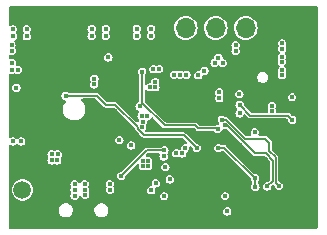
<source format=gbr>
%TF.GenerationSoftware,KiCad,Pcbnew,8.0.5*%
%TF.CreationDate,2024-10-05T23:36:15+02:00*%
%TF.ProjectId,projet s6,70726f6a-6574-4207-9336-2e6b69636164,rev?*%
%TF.SameCoordinates,Original*%
%TF.FileFunction,Copper,L3,Inr*%
%TF.FilePolarity,Positive*%
%FSLAX46Y46*%
G04 Gerber Fmt 4.6, Leading zero omitted, Abs format (unit mm)*
G04 Created by KiCad (PCBNEW 8.0.5) date 2024-10-05 23:36:15*
%MOMM*%
%LPD*%
G01*
G04 APERTURE LIST*
%TA.AperFunction,ComponentPad*%
%ADD10C,1.500000*%
%TD*%
%TA.AperFunction,ComponentPad*%
%ADD11O,1.800000X1.000000*%
%TD*%
%TA.AperFunction,ComponentPad*%
%ADD12O,2.100000X1.000000*%
%TD*%
%TA.AperFunction,ComponentPad*%
%ADD13R,1.700000X1.700000*%
%TD*%
%TA.AperFunction,ComponentPad*%
%ADD14O,1.700000X1.700000*%
%TD*%
%TA.AperFunction,ComponentPad*%
%ADD15R,1.650000X1.050000*%
%TD*%
%TA.AperFunction,ViaPad*%
%ADD16C,0.400000*%
%TD*%
%TA.AperFunction,Conductor*%
%ADD17C,0.200000*%
%TD*%
%TA.AperFunction,Conductor*%
%ADD18C,0.150000*%
%TD*%
G04 APERTURE END LIST*
D10*
%TO.N,GND*%
%TO.C,TP1*%
X182580000Y-82870000D03*
%TD*%
%TO.N,BAT+*%
%TO.C,TP5*%
X182610000Y-80680000D03*
%TD*%
D11*
%TO.N,GND*%
%TO.C,J1*%
X206645000Y-69710000D03*
D12*
X202465000Y-69710000D03*
D11*
X206645000Y-78350000D03*
D12*
X202465000Y-78350000D03*
%TD*%
D13*
%TO.N,GND*%
%TO.C,J2*%
X204070000Y-66970000D03*
D14*
%TO.N,+3.3V*%
X201530000Y-66970000D03*
%TO.N,OLED_SCL*%
X198990000Y-66970000D03*
%TO.N,OLED_SDA*%
X196450000Y-66970000D03*
%TD*%
D15*
%TO.N,GND*%
%TO.C,SW1*%
X189070000Y-65930000D03*
X192920000Y-65930000D03*
%TD*%
%TO.N,GND*%
%TO.C,SW2*%
X182415000Y-65935000D03*
X186265000Y-65935000D03*
%TD*%
D16*
%TO.N,+3.3V*%
X193850000Y-71540000D03*
X193870000Y-71980000D03*
X202340000Y-80420000D03*
X199560000Y-69930000D03*
X193200000Y-74420000D03*
X199210000Y-77140000D03*
X181690000Y-68400000D03*
X202330000Y-79700000D03*
X192790000Y-78230000D03*
X198880000Y-69920000D03*
X189890000Y-69460000D03*
X192700000Y-74420000D03*
X199210000Y-69490000D03*
X182220000Y-70510000D03*
X181720000Y-70510000D03*
X192810000Y-74900000D03*
X192850000Y-78680000D03*
X193265953Y-78660289D03*
X181710000Y-69920000D03*
X181710000Y-68900000D03*
X193520000Y-80710000D03*
X193450000Y-71980000D03*
X194190000Y-70450000D03*
X192760000Y-75340000D03*
X193260000Y-78240000D03*
X193710000Y-70460000D03*
%TO.N,Net-(U1-NRST)*%
X200670000Y-68920001D03*
X200670000Y-68419998D03*
X192540000Y-73610000D03*
%TO.N,GNDGPS*%
X182510000Y-76570000D03*
X181810000Y-76570000D03*
%TO.N,Net-(BT1-+)*%
X182100000Y-72020000D03*
X188706280Y-71250688D03*
X188680000Y-71750000D03*
%TO.N,COMPASSCL*%
X199779999Y-75200000D03*
X203340000Y-80380000D03*
%TO.N,COMPASSDA*%
X199492500Y-74737500D03*
X204330000Y-80350000D03*
%TO.N,Net-(J1-CC2)*%
X202300000Y-75780000D03*
%TO.N,Net-(J1-CC1)*%
X200980000Y-72560000D03*
%TO.N,OLED_SCL*%
X196380000Y-77150000D03*
X198030000Y-70580000D03*
%TO.N,Net-(PA1010D1-TX)*%
X191820000Y-76920000D03*
%TO.N,Net-(PA1010D1-RX)*%
X190830000Y-76460000D03*
%TO.N,B2*%
X197380000Y-77140000D03*
X186270000Y-72710000D03*
%TO.N,B1*%
X199161278Y-75529673D03*
X192750000Y-70670000D03*
%TO.N,vusb*%
X190040000Y-80650000D03*
X190020000Y-80180000D03*
X203740000Y-73570000D03*
X203750000Y-74020000D03*
%TO.N,SWDIO*%
X199280000Y-72910000D03*
X204600000Y-70970000D03*
X204590000Y-70550000D03*
%TO.N,SWO*%
X204610000Y-68710000D03*
X197510000Y-70970000D03*
X204600000Y-68260000D03*
%TO.N,SWCLK*%
X204580000Y-69830000D03*
X204590000Y-69400000D03*
X199270000Y-72410000D03*
%TO.N,SPI_CS*%
X199950000Y-82500000D03*
X196135697Y-77586255D03*
%TO.N,SPI_MISO*%
X199770000Y-81200000D03*
X195635746Y-77579078D03*
%TO.N,USART_RX*%
X195460000Y-70930000D03*
X195099999Y-79797502D03*
%TO.N,vbat*%
X187040000Y-80180000D03*
X187900000Y-80180000D03*
X187040000Y-80650000D03*
X187040000Y-81160000D03*
X187930000Y-81110000D03*
X187910000Y-80650000D03*
%TO.N,Net-(U1-PA4)*%
X190980000Y-79500000D03*
X194630000Y-77320000D03*
%TO.N,GND*%
X197690000Y-66930000D03*
X189670000Y-74020000D03*
X186720000Y-78050000D03*
X189670000Y-75020000D03*
X181810000Y-79710000D03*
X188590000Y-73100000D03*
X200270000Y-66260000D03*
X201390000Y-65470000D03*
X192130000Y-79020000D03*
X201030000Y-82480000D03*
X196340000Y-81910000D03*
X186310000Y-80110000D03*
X189790000Y-83640000D03*
X184610000Y-76250000D03*
X206990000Y-83240000D03*
X195640000Y-73670000D03*
X182800000Y-78920000D03*
X200030000Y-78610000D03*
X194070000Y-68020000D03*
X181770000Y-75770000D03*
X182780000Y-72890000D03*
X197390000Y-65470000D03*
X181780000Y-74290000D03*
X204620000Y-71920000D03*
X204040000Y-76820000D03*
X181790000Y-81640000D03*
X200580000Y-81180000D03*
X207390000Y-83640000D03*
X201330000Y-79720000D03*
X198360000Y-83700000D03*
X207390000Y-80940000D03*
X205590000Y-83640000D03*
X191620000Y-73570000D03*
X206090000Y-74640000D03*
X204790000Y-78550000D03*
X194650000Y-75650000D03*
X189390000Y-77540000D03*
X186310000Y-80970000D03*
X197620000Y-73670000D03*
X207390000Y-81840000D03*
X206200000Y-67480000D03*
X181720000Y-66350000D03*
X207390000Y-67500000D03*
X185600000Y-72760000D03*
X184790000Y-83640000D03*
X198450000Y-71920000D03*
X183790000Y-83640000D03*
X206310000Y-82020000D03*
X203680000Y-71060000D03*
X185100000Y-82200000D03*
X190390000Y-65470000D03*
X195640000Y-74660000D03*
X184620000Y-74300000D03*
X188490000Y-68760000D03*
X204790000Y-77640000D03*
X207390000Y-66440000D03*
X203030000Y-75370000D03*
X198450000Y-71430000D03*
X186790000Y-83640000D03*
X190430000Y-79510000D03*
X207390000Y-82740000D03*
X182780000Y-74290000D03*
X206230000Y-66420000D03*
X207390000Y-76640000D03*
X197860000Y-68680000D03*
X196630000Y-75650000D03*
X195390000Y-65470000D03*
X206070000Y-73640000D03*
X185390000Y-65470000D03*
X198450000Y-82020000D03*
X197460000Y-81900000D03*
X202820000Y-79160000D03*
X187790000Y-82040000D03*
X198380000Y-76540000D03*
X186720000Y-72330000D03*
X194650000Y-73670000D03*
X206490000Y-83640000D03*
X183780000Y-77410000D03*
X197620000Y-74660000D03*
X201200000Y-83700000D03*
X195990000Y-79160000D03*
X182780000Y-73590000D03*
X201350000Y-81980000D03*
X185750000Y-79510000D03*
X195640000Y-75650000D03*
X184610000Y-75250000D03*
X187640000Y-67370000D03*
X206070000Y-77640000D03*
X186100000Y-71510000D03*
X184960000Y-79480000D03*
X197280000Y-70470000D03*
X183780000Y-78070000D03*
X194650000Y-74660000D03*
X196970000Y-77820000D03*
X199530000Y-68130000D03*
X189820000Y-73110000D03*
X181800000Y-78920000D03*
X187530000Y-71500000D03*
X187960000Y-73110000D03*
X191720000Y-83660000D03*
X204590000Y-75500000D03*
X192390000Y-65470000D03*
X196630000Y-74660000D03*
X187540000Y-71030000D03*
X194730000Y-67970000D03*
X189830000Y-72180000D03*
X197630000Y-77720000D03*
X197450000Y-82770000D03*
X206990000Y-82030000D03*
X190420000Y-75020000D03*
X206070000Y-75640000D03*
X189390000Y-76600000D03*
X207400000Y-68450000D03*
X206390000Y-65470000D03*
X181830000Y-71310000D03*
X197220000Y-68690000D03*
X188170000Y-74020000D03*
X191470711Y-67074977D03*
X190600000Y-78340000D03*
X203790000Y-83640000D03*
X188440000Y-72330000D03*
X198470000Y-83260000D03*
X184460000Y-65460000D03*
X182770000Y-75770000D03*
X207390000Y-65470000D03*
X186250000Y-78050000D03*
X190900000Y-72200000D03*
X198800000Y-82630000D03*
X198390000Y-65470000D03*
X204690000Y-83640000D03*
X185040000Y-72750000D03*
X192610000Y-83640000D03*
X188170000Y-76830000D03*
X197620000Y-72680000D03*
X191390000Y-65470000D03*
X206090000Y-72650000D03*
X202790000Y-67500000D03*
X205320000Y-80105000D03*
X192440000Y-68750000D03*
X190890000Y-70690000D03*
X185790000Y-83640000D03*
X199690000Y-71430000D03*
X195320000Y-83690000D03*
X186080000Y-68780000D03*
X182780000Y-77410000D03*
X182830000Y-71310000D03*
X187800000Y-82780000D03*
X200390000Y-65470000D03*
X187350000Y-79510000D03*
X207390000Y-74640000D03*
X188150000Y-79510000D03*
X187880000Y-68200000D03*
X187880000Y-68780000D03*
X200270000Y-66810000D03*
X188920000Y-74020000D03*
X194390000Y-65470000D03*
X196340000Y-82780000D03*
X198190000Y-77220000D03*
X195140000Y-66200000D03*
X203390000Y-65470000D03*
X194450425Y-68786961D03*
X195640000Y-72680000D03*
X207390000Y-72640000D03*
X187280000Y-68200000D03*
X194390000Y-83690000D03*
X199070000Y-71430000D03*
X190590000Y-76990000D03*
X191620000Y-73110000D03*
X196390000Y-65470000D03*
X199170000Y-83240000D03*
X191000000Y-67380000D03*
X188790000Y-83640000D03*
X207390000Y-71640000D03*
X199040000Y-71920000D03*
X188920000Y-75020000D03*
X206150000Y-68460000D03*
X189830000Y-70680000D03*
X190100000Y-78930000D03*
X207390000Y-77640000D03*
X195150000Y-66930000D03*
X202840000Y-72250000D03*
X186100000Y-71070000D03*
X181780000Y-73590000D03*
X188170000Y-75020000D03*
X190570000Y-77710000D03*
X202890000Y-83640000D03*
X181780000Y-77410000D03*
X198460000Y-68130000D03*
X201020000Y-77680000D03*
X196670000Y-68190000D03*
X206620000Y-82630000D03*
X199360000Y-83690000D03*
X196630000Y-73670000D03*
X186680000Y-68230000D03*
X200430000Y-79820000D03*
X196330000Y-83690000D03*
X204390000Y-65470000D03*
X190790000Y-83640000D03*
X199390000Y-65470000D03*
X197700000Y-66230000D03*
X207390000Y-79140000D03*
X207390000Y-80040000D03*
X195020000Y-68360000D03*
X191800000Y-71200000D03*
X186860000Y-75830000D03*
X186080000Y-68230000D03*
X193410000Y-68570000D03*
X206040000Y-71710000D03*
X190546733Y-67077157D03*
X187660000Y-66420000D03*
X199140000Y-82000000D03*
X199340000Y-79230000D03*
X181790000Y-83640000D03*
X207390000Y-73640000D03*
X187790000Y-83640000D03*
X181780000Y-72890000D03*
X196630000Y-72680000D03*
X200260000Y-83700000D03*
X202030000Y-83680000D03*
X187390000Y-65470000D03*
X201470000Y-81040000D03*
X190420000Y-74020000D03*
X183040000Y-65490000D03*
X200420000Y-73980000D03*
X202800000Y-66250000D03*
X199800000Y-73810000D03*
X185560000Y-75810000D03*
X205390000Y-65470000D03*
X197420000Y-83690000D03*
X181730000Y-65490000D03*
X202390000Y-65470000D03*
X183820000Y-82220000D03*
X199160000Y-68730000D03*
X207390000Y-75640000D03*
%TO.N,BAT+*%
X185590000Y-77670000D03*
X185090000Y-77670000D03*
X185560000Y-78190000D03*
X185080000Y-78184280D03*
%TO.N,SPI_SCK*%
X194610000Y-81210000D03*
X194575000Y-77840000D03*
%TO.N,Net-(R10-Pad1)*%
X181820000Y-67070000D03*
X182980000Y-67670000D03*
X182980000Y-67070000D03*
X181830000Y-67650000D03*
%TO.N,Net-(R11-Pad1)*%
X189670000Y-67650000D03*
X192300000Y-67630000D03*
X193500000Y-67630000D03*
X188470000Y-67050000D03*
X192300000Y-67030000D03*
X193500000Y-67030000D03*
X188470000Y-67650000D03*
X189670000Y-67050000D03*
%TO.N,Net-(J1-D--PadA7)*%
X201010000Y-73480000D03*
X205460000Y-74750000D03*
%TO.N,Net-(J1-D+-PadA6)*%
X201010000Y-74200000D03*
X205440000Y-72830000D03*
%TO.N,SPI_MOSi*%
X196505000Y-70930000D03*
X193900001Y-80130934D03*
%TO.N,USART_TX*%
X195960000Y-70940000D03*
X194726438Y-78747498D03*
%TD*%
D17*
%TO.N,+3.3V*%
X202275051Y-79700000D02*
X202330000Y-79700000D01*
X202330000Y-79700000D02*
X202330000Y-80410000D01*
X199715051Y-77140000D02*
X202275051Y-79700000D01*
X202330000Y-80410000D02*
X202340000Y-80420000D01*
X199210000Y-77140000D02*
X199715051Y-77140000D01*
D18*
%TO.N,COMPASSCL*%
X203820000Y-79900000D02*
X203340000Y-80380000D01*
X203199594Y-77580000D02*
X203820000Y-78200406D01*
X201356777Y-76600000D02*
X201360000Y-76600000D01*
X203820000Y-78200406D02*
X203820000Y-79900000D01*
X199779999Y-75200000D02*
X199956777Y-75200000D01*
X199956777Y-75200000D02*
X201356777Y-76600000D01*
X202340000Y-77580000D02*
X203199594Y-77580000D01*
X201360000Y-76600000D02*
X202340000Y-77580000D01*
%TO.N,COMPASSDA*%
X204070000Y-80090000D02*
X204330000Y-80350000D01*
X199847831Y-74737500D02*
X201460331Y-76350000D01*
X203515000Y-77365000D02*
X204070000Y-77920000D01*
X204070000Y-77920000D02*
X204070000Y-80090000D01*
X203172817Y-76350000D02*
X203515000Y-76692183D01*
X199492500Y-74737500D02*
X199847831Y-74737500D01*
X201460331Y-76350000D02*
X203172817Y-76350000D01*
X203515000Y-76692183D02*
X203515000Y-77365000D01*
%TO.N,B2*%
X190475000Y-73485000D02*
X192385000Y-75395000D01*
X186270000Y-72710000D02*
X188889669Y-72710000D01*
X189664669Y-73485000D02*
X190475000Y-73485000D01*
X192385000Y-75495331D02*
X192929669Y-76040000D01*
X192929669Y-76040000D02*
X196280000Y-76040000D01*
X188889669Y-72710000D02*
X189664669Y-73485000D01*
X192385000Y-75395000D02*
X192385000Y-75495331D01*
X196280000Y-76040000D02*
X197380000Y-77140000D01*
%TO.N,B1*%
X199101605Y-75470000D02*
X197520000Y-75470000D01*
X194670331Y-75210000D02*
X192750000Y-73289669D01*
X197260000Y-75210000D02*
X194670331Y-75210000D01*
X197520000Y-75470000D02*
X197260000Y-75210000D01*
X199161278Y-75529673D02*
X199101605Y-75470000D01*
X192750000Y-73289669D02*
X192750000Y-70670000D01*
%TO.N,Net-(U1-PA4)*%
X190980000Y-79500000D02*
X193160000Y-77320000D01*
X193160000Y-77320000D02*
X194630000Y-77320000D01*
%TO.N,Net-(J1-D--PadA7)*%
X201010000Y-73480000D02*
X201925000Y-74395000D01*
X201925000Y-74395000D02*
X205105000Y-74395000D01*
X205105000Y-74395000D02*
X205460000Y-74750000D01*
%TD*%
%TA.AperFunction,Conductor*%
%TO.N,GND*%
G36*
X207592539Y-65170185D02*
G01*
X207638294Y-65222989D01*
X207649500Y-65274500D01*
X207649500Y-83825500D01*
X207629815Y-83892539D01*
X207577011Y-83938294D01*
X207525500Y-83949500D01*
X181574500Y-83949500D01*
X181507461Y-83929815D01*
X181461706Y-83877011D01*
X181450500Y-83825500D01*
X181450500Y-82320943D01*
X185689500Y-82320943D01*
X185689500Y-82479057D01*
X185724495Y-82609658D01*
X185730423Y-82631783D01*
X185730426Y-82631790D01*
X185809475Y-82768709D01*
X185809479Y-82768714D01*
X185809480Y-82768716D01*
X185921284Y-82880520D01*
X185921286Y-82880521D01*
X185921290Y-82880524D01*
X186058209Y-82959573D01*
X186058216Y-82959577D01*
X186210943Y-83000500D01*
X186210945Y-83000500D01*
X186369055Y-83000500D01*
X186369057Y-83000500D01*
X186521784Y-82959577D01*
X186658716Y-82880520D01*
X186770520Y-82768716D01*
X186849577Y-82631784D01*
X186890500Y-82479057D01*
X186890500Y-82320943D01*
X188689500Y-82320943D01*
X188689500Y-82479057D01*
X188724495Y-82609658D01*
X188730423Y-82631783D01*
X188730426Y-82631790D01*
X188809475Y-82768709D01*
X188809479Y-82768714D01*
X188809480Y-82768716D01*
X188921284Y-82880520D01*
X188921286Y-82880521D01*
X188921290Y-82880524D01*
X189058209Y-82959573D01*
X189058216Y-82959577D01*
X189210943Y-83000500D01*
X189210945Y-83000500D01*
X189369055Y-83000500D01*
X189369057Y-83000500D01*
X189521784Y-82959577D01*
X189658716Y-82880520D01*
X189770520Y-82768716D01*
X189849577Y-82631784D01*
X189884889Y-82499997D01*
X199595131Y-82499997D01*
X199595131Y-82500002D01*
X199612498Y-82609658D01*
X199662904Y-82708585D01*
X199662909Y-82708592D01*
X199741407Y-82787090D01*
X199741410Y-82787092D01*
X199741413Y-82787095D01*
X199840339Y-82837500D01*
X199840341Y-82837501D01*
X199949998Y-82854869D01*
X199950000Y-82854869D01*
X199950002Y-82854869D01*
X200059658Y-82837501D01*
X200059659Y-82837500D01*
X200059661Y-82837500D01*
X200158587Y-82787095D01*
X200237095Y-82708587D01*
X200287500Y-82609661D01*
X200287500Y-82609659D01*
X200287501Y-82609658D01*
X200304869Y-82500002D01*
X200304869Y-82499997D01*
X200287501Y-82390341D01*
X200252141Y-82320943D01*
X200237095Y-82291413D01*
X200237092Y-82291410D01*
X200237090Y-82291407D01*
X200158592Y-82212909D01*
X200158588Y-82212906D01*
X200158587Y-82212905D01*
X200154743Y-82210946D01*
X200059658Y-82162498D01*
X199950002Y-82145131D01*
X199949998Y-82145131D01*
X199840341Y-82162498D01*
X199741414Y-82212904D01*
X199741407Y-82212909D01*
X199662909Y-82291407D01*
X199662904Y-82291414D01*
X199612498Y-82390341D01*
X199595131Y-82499997D01*
X189884889Y-82499997D01*
X189890500Y-82479057D01*
X189890500Y-82320943D01*
X189849577Y-82168216D01*
X189836249Y-82145131D01*
X189770524Y-82031290D01*
X189770518Y-82031282D01*
X189658717Y-81919481D01*
X189658709Y-81919475D01*
X189521790Y-81840426D01*
X189521786Y-81840424D01*
X189521784Y-81840423D01*
X189369057Y-81799500D01*
X189210943Y-81799500D01*
X189058216Y-81840423D01*
X189058209Y-81840426D01*
X188921290Y-81919475D01*
X188921282Y-81919481D01*
X188809481Y-82031282D01*
X188809475Y-82031290D01*
X188730426Y-82168209D01*
X188730423Y-82168216D01*
X188689500Y-82320943D01*
X186890500Y-82320943D01*
X186849577Y-82168216D01*
X186836249Y-82145131D01*
X186770524Y-82031290D01*
X186770518Y-82031282D01*
X186658717Y-81919481D01*
X186658709Y-81919475D01*
X186521790Y-81840426D01*
X186521786Y-81840424D01*
X186521784Y-81840423D01*
X186369057Y-81799500D01*
X186210943Y-81799500D01*
X186058216Y-81840423D01*
X186058209Y-81840426D01*
X185921290Y-81919475D01*
X185921282Y-81919481D01*
X185809481Y-82031282D01*
X185809475Y-82031290D01*
X185730426Y-82168209D01*
X185730423Y-82168216D01*
X185689500Y-82320943D01*
X181450500Y-82320943D01*
X181450500Y-80680000D01*
X181704540Y-80680000D01*
X181724326Y-80868256D01*
X181724327Y-80868259D01*
X181782818Y-81048277D01*
X181782821Y-81048284D01*
X181877467Y-81212216D01*
X181974211Y-81319661D01*
X182004129Y-81352888D01*
X182157265Y-81464148D01*
X182157270Y-81464151D01*
X182330192Y-81541142D01*
X182330197Y-81541144D01*
X182515354Y-81580500D01*
X182515355Y-81580500D01*
X182704644Y-81580500D01*
X182704646Y-81580500D01*
X182889803Y-81541144D01*
X183062730Y-81464151D01*
X183215871Y-81352888D01*
X183342533Y-81212216D01*
X183437179Y-81048284D01*
X183495674Y-80868256D01*
X183515460Y-80680000D01*
X183495674Y-80491744D01*
X183437179Y-80311716D01*
X183361131Y-80179997D01*
X186685131Y-80179997D01*
X186685131Y-80180002D01*
X186702498Y-80289658D01*
X186737680Y-80358706D01*
X186750576Y-80427375D01*
X186737680Y-80471294D01*
X186702498Y-80540341D01*
X186685131Y-80649997D01*
X186685131Y-80650002D01*
X186702498Y-80759658D01*
X186747870Y-80848706D01*
X186760766Y-80917375D01*
X186747870Y-80961294D01*
X186702498Y-81050341D01*
X186685131Y-81159997D01*
X186685131Y-81160002D01*
X186702498Y-81269658D01*
X186752904Y-81368585D01*
X186752909Y-81368592D01*
X186831407Y-81447090D01*
X186831410Y-81447092D01*
X186831413Y-81447095D01*
X186866297Y-81464869D01*
X186930341Y-81497501D01*
X187039998Y-81514869D01*
X187040000Y-81514869D01*
X187040002Y-81514869D01*
X187149658Y-81497501D01*
X187149659Y-81497500D01*
X187149661Y-81497500D01*
X187248587Y-81447095D01*
X187327095Y-81368587D01*
X187377500Y-81269661D01*
X187377501Y-81269652D01*
X187378628Y-81266187D01*
X187381146Y-81262503D01*
X187381930Y-81260966D01*
X187382128Y-81261067D01*
X187418064Y-81208510D01*
X187482422Y-81181311D01*
X187551269Y-81193223D01*
X187602746Y-81240466D01*
X187607042Y-81248203D01*
X187642905Y-81318587D01*
X187642907Y-81318589D01*
X187642909Y-81318592D01*
X187721407Y-81397090D01*
X187721410Y-81397092D01*
X187721413Y-81397095D01*
X187763590Y-81418585D01*
X187820341Y-81447501D01*
X187929998Y-81464869D01*
X187930000Y-81464869D01*
X187930002Y-81464869D01*
X188039658Y-81447501D01*
X188039659Y-81447500D01*
X188039661Y-81447500D01*
X188138587Y-81397095D01*
X188217095Y-81318587D01*
X188267500Y-81219661D01*
X188267500Y-81219659D01*
X188267501Y-81219658D01*
X188269031Y-81209997D01*
X194255131Y-81209997D01*
X194255131Y-81210002D01*
X194272498Y-81319658D01*
X194322904Y-81418585D01*
X194322909Y-81418592D01*
X194401407Y-81497090D01*
X194401410Y-81497092D01*
X194401413Y-81497095D01*
X194436297Y-81514869D01*
X194500341Y-81547501D01*
X194609998Y-81564869D01*
X194610000Y-81564869D01*
X194610002Y-81564869D01*
X194719658Y-81547501D01*
X194719659Y-81547500D01*
X194719661Y-81547500D01*
X194818587Y-81497095D01*
X194897095Y-81418587D01*
X194947500Y-81319661D01*
X194947500Y-81319659D01*
X194947501Y-81319658D01*
X194964869Y-81210002D01*
X194964869Y-81209997D01*
X194963285Y-81199997D01*
X199415131Y-81199997D01*
X199415131Y-81200002D01*
X199432498Y-81309658D01*
X199482904Y-81408585D01*
X199482909Y-81408592D01*
X199561407Y-81487090D01*
X199561410Y-81487092D01*
X199561413Y-81487095D01*
X199615923Y-81514869D01*
X199660341Y-81537501D01*
X199769998Y-81554869D01*
X199770000Y-81554869D01*
X199770002Y-81554869D01*
X199879658Y-81537501D01*
X199879659Y-81537500D01*
X199879661Y-81537500D01*
X199978587Y-81487095D01*
X200057095Y-81408587D01*
X200107500Y-81309661D01*
X200107500Y-81309659D01*
X200107501Y-81309658D01*
X200124869Y-81200002D01*
X200124869Y-81199997D01*
X200107501Y-81090341D01*
X200085673Y-81047501D01*
X200057095Y-80991413D01*
X200057092Y-80991410D01*
X200057090Y-80991407D01*
X199978592Y-80912909D01*
X199978588Y-80912906D01*
X199978587Y-80912905D01*
X199974743Y-80910946D01*
X199879658Y-80862498D01*
X199770002Y-80845131D01*
X199769998Y-80845131D01*
X199660341Y-80862498D01*
X199561414Y-80912904D01*
X199561407Y-80912909D01*
X199482909Y-80991407D01*
X199482904Y-80991414D01*
X199432498Y-81090341D01*
X199415131Y-81199997D01*
X194963285Y-81199997D01*
X194947501Y-81100341D01*
X194920577Y-81047500D01*
X194897095Y-81001413D01*
X194897092Y-81001410D01*
X194897090Y-81001407D01*
X194818592Y-80922909D01*
X194818588Y-80922906D01*
X194818587Y-80922905D01*
X194810112Y-80918587D01*
X194719658Y-80872498D01*
X194610002Y-80855131D01*
X194609998Y-80855131D01*
X194500341Y-80872498D01*
X194401414Y-80922904D01*
X194401407Y-80922909D01*
X194322909Y-81001407D01*
X194322904Y-81001414D01*
X194272498Y-81100341D01*
X194255131Y-81209997D01*
X188269031Y-81209997D01*
X188284869Y-81110002D01*
X188284869Y-81109997D01*
X188267501Y-81000343D01*
X188267500Y-81000341D01*
X188267500Y-81000339D01*
X188224866Y-80916665D01*
X188211971Y-80847998D01*
X188224866Y-80804081D01*
X188247500Y-80759661D01*
X188247843Y-80757500D01*
X188264869Y-80650002D01*
X188264869Y-80649997D01*
X188247501Y-80540343D01*
X188247500Y-80540341D01*
X188247500Y-80540339D01*
X188207318Y-80461477D01*
X188194423Y-80392812D01*
X188207317Y-80348896D01*
X188237500Y-80289661D01*
X188240561Y-80270339D01*
X188254869Y-80180002D01*
X188254869Y-80179997D01*
X189665131Y-80179997D01*
X189665131Y-80180002D01*
X189682498Y-80289658D01*
X189727680Y-80378332D01*
X189740576Y-80447001D01*
X189727680Y-80490920D01*
X189702498Y-80540341D01*
X189685131Y-80649997D01*
X189685131Y-80650002D01*
X189702498Y-80759658D01*
X189752904Y-80858585D01*
X189752909Y-80858592D01*
X189831407Y-80937090D01*
X189831410Y-80937092D01*
X189831413Y-80937095D01*
X189878907Y-80961294D01*
X189930341Y-80987501D01*
X190039998Y-81004869D01*
X190040000Y-81004869D01*
X190040002Y-81004869D01*
X190149658Y-80987501D01*
X190149659Y-80987500D01*
X190149661Y-80987500D01*
X190248587Y-80937095D01*
X190327095Y-80858587D01*
X190377500Y-80759661D01*
X190377500Y-80759659D01*
X190377501Y-80759658D01*
X190385367Y-80709997D01*
X193165131Y-80709997D01*
X193165131Y-80710002D01*
X193182498Y-80819658D01*
X193232904Y-80918585D01*
X193232909Y-80918592D01*
X193311407Y-80997090D01*
X193311410Y-80997092D01*
X193311413Y-80997095D01*
X193410339Y-81047500D01*
X193410341Y-81047501D01*
X193519998Y-81064869D01*
X193520000Y-81064869D01*
X193520002Y-81064869D01*
X193629658Y-81047501D01*
X193629659Y-81047500D01*
X193629661Y-81047500D01*
X193728587Y-80997095D01*
X193807095Y-80918587D01*
X193857500Y-80819661D01*
X193857500Y-80819659D01*
X193857501Y-80819658D01*
X193874869Y-80710002D01*
X193874869Y-80709999D01*
X193868073Y-80667095D01*
X193860241Y-80617645D01*
X193869195Y-80548353D01*
X193914191Y-80494901D01*
X193963316Y-80475775D01*
X194009659Y-80468435D01*
X194009660Y-80468434D01*
X194009662Y-80468434D01*
X194108588Y-80418029D01*
X194187096Y-80339521D01*
X194237501Y-80240595D01*
X194237501Y-80240593D01*
X194237502Y-80240592D01*
X194254870Y-80130936D01*
X194254870Y-80130931D01*
X194237502Y-80021275D01*
X194224181Y-79995131D01*
X194187096Y-79922347D01*
X194187093Y-79922344D01*
X194187091Y-79922341D01*
X194108593Y-79843843D01*
X194108589Y-79843840D01*
X194108588Y-79843839D01*
X194096147Y-79837500D01*
X194017641Y-79797499D01*
X194745130Y-79797499D01*
X194745130Y-79797504D01*
X194762497Y-79907160D01*
X194812903Y-80006087D01*
X194812908Y-80006094D01*
X194891406Y-80084592D01*
X194891409Y-80084594D01*
X194891412Y-80084597D01*
X194982348Y-80130931D01*
X194990340Y-80135003D01*
X195099997Y-80152371D01*
X195099999Y-80152371D01*
X195100001Y-80152371D01*
X195209657Y-80135003D01*
X195209658Y-80135002D01*
X195209660Y-80135002D01*
X195308586Y-80084597D01*
X195387094Y-80006089D01*
X195437499Y-79907163D01*
X195437499Y-79907161D01*
X195437500Y-79907160D01*
X195454868Y-79797504D01*
X195454868Y-79797499D01*
X195437500Y-79687843D01*
X195437499Y-79687841D01*
X195387094Y-79588915D01*
X195387091Y-79588912D01*
X195387089Y-79588909D01*
X195308591Y-79510411D01*
X195308587Y-79510408D01*
X195308586Y-79510407D01*
X195271296Y-79491407D01*
X195209657Y-79460000D01*
X195100001Y-79442633D01*
X195099997Y-79442633D01*
X194990340Y-79460000D01*
X194891413Y-79510406D01*
X194891406Y-79510411D01*
X194812908Y-79588909D01*
X194812903Y-79588916D01*
X194762497Y-79687843D01*
X194745130Y-79797499D01*
X194017641Y-79797499D01*
X194009659Y-79793432D01*
X193900003Y-79776065D01*
X193899999Y-79776065D01*
X193790342Y-79793432D01*
X193691415Y-79843838D01*
X193691408Y-79843843D01*
X193612910Y-79922341D01*
X193612905Y-79922348D01*
X193562499Y-80021275D01*
X193545132Y-80130931D01*
X193545132Y-80130936D01*
X193559759Y-80223287D01*
X193550804Y-80292581D01*
X193505808Y-80346032D01*
X193456686Y-80365158D01*
X193410341Y-80372499D01*
X193311414Y-80422904D01*
X193311407Y-80422909D01*
X193232909Y-80501407D01*
X193232904Y-80501414D01*
X193182498Y-80600341D01*
X193165131Y-80709997D01*
X190385367Y-80709997D01*
X190394869Y-80650002D01*
X190394869Y-80649997D01*
X190377501Y-80540343D01*
X190377500Y-80540341D01*
X190377500Y-80540339D01*
X190332318Y-80451664D01*
X190319423Y-80382999D01*
X190332318Y-80339083D01*
X190357500Y-80289661D01*
X190360561Y-80270339D01*
X190374869Y-80180002D01*
X190374869Y-80179997D01*
X190357501Y-80070341D01*
X190336971Y-80030048D01*
X190307095Y-79971413D01*
X190307092Y-79971410D01*
X190307090Y-79971407D01*
X190228592Y-79892909D01*
X190228588Y-79892906D01*
X190228587Y-79892905D01*
X190153937Y-79854869D01*
X190129658Y-79842498D01*
X190020002Y-79825131D01*
X190019998Y-79825131D01*
X189910341Y-79842498D01*
X189811414Y-79892904D01*
X189811407Y-79892909D01*
X189732909Y-79971407D01*
X189732904Y-79971414D01*
X189682498Y-80070341D01*
X189665131Y-80179997D01*
X188254869Y-80179997D01*
X188237501Y-80070341D01*
X188216971Y-80030048D01*
X188187095Y-79971413D01*
X188187092Y-79971410D01*
X188187090Y-79971407D01*
X188108592Y-79892909D01*
X188108588Y-79892906D01*
X188108587Y-79892905D01*
X188033937Y-79854869D01*
X188009658Y-79842498D01*
X187900002Y-79825131D01*
X187899998Y-79825131D01*
X187790341Y-79842498D01*
X187691414Y-79892904D01*
X187691407Y-79892909D01*
X187612909Y-79971407D01*
X187612906Y-79971412D01*
X187612905Y-79971413D01*
X187580485Y-80035042D01*
X187532510Y-80085838D01*
X187464689Y-80102633D01*
X187398554Y-80080096D01*
X187359515Y-80035042D01*
X187327095Y-79971413D01*
X187327091Y-79971409D01*
X187327090Y-79971407D01*
X187248592Y-79892909D01*
X187248588Y-79892906D01*
X187248587Y-79892905D01*
X187173937Y-79854869D01*
X187149658Y-79842498D01*
X187040002Y-79825131D01*
X187039998Y-79825131D01*
X186930341Y-79842498D01*
X186831414Y-79892904D01*
X186831407Y-79892909D01*
X186752909Y-79971407D01*
X186752904Y-79971414D01*
X186702498Y-80070341D01*
X186685131Y-80179997D01*
X183361131Y-80179997D01*
X183342533Y-80147784D01*
X183215871Y-80007112D01*
X183215870Y-80007111D01*
X183062734Y-79895851D01*
X183062729Y-79895848D01*
X182889807Y-79818857D01*
X182889802Y-79818855D01*
X182740354Y-79787090D01*
X182704646Y-79779500D01*
X182515354Y-79779500D01*
X182482897Y-79786398D01*
X182330197Y-79818855D01*
X182330192Y-79818857D01*
X182157270Y-79895848D01*
X182157265Y-79895851D01*
X182004129Y-80007111D01*
X181877466Y-80147785D01*
X181782821Y-80311715D01*
X181782818Y-80311722D01*
X181724327Y-80491740D01*
X181724326Y-80491744D01*
X181704540Y-80680000D01*
X181450500Y-80680000D01*
X181450500Y-79499997D01*
X190625131Y-79499997D01*
X190625131Y-79500002D01*
X190642498Y-79609658D01*
X190692904Y-79708585D01*
X190692909Y-79708592D01*
X190771407Y-79787090D01*
X190771410Y-79787092D01*
X190771413Y-79787095D01*
X190870339Y-79837500D01*
X190870341Y-79837501D01*
X190979998Y-79854869D01*
X190980000Y-79854869D01*
X190980002Y-79854869D01*
X191089658Y-79837501D01*
X191089659Y-79837500D01*
X191089661Y-79837500D01*
X191188587Y-79787095D01*
X191267095Y-79708587D01*
X191317500Y-79609661D01*
X191317500Y-79609659D01*
X191317501Y-79609658D01*
X191333220Y-79510411D01*
X191334869Y-79500000D01*
X191334869Y-79499997D01*
X191335334Y-79497061D01*
X191365263Y-79433926D01*
X191370108Y-79428795D01*
X192296080Y-78502823D01*
X192357401Y-78469340D01*
X192427093Y-78474324D01*
X192483026Y-78516196D01*
X192507443Y-78581660D01*
X192506233Y-78609903D01*
X192501809Y-78637837D01*
X192498254Y-78660286D01*
X192495131Y-78680002D01*
X192512498Y-78789658D01*
X192562904Y-78888585D01*
X192562909Y-78888592D01*
X192641407Y-78967090D01*
X192641410Y-78967092D01*
X192641413Y-78967095D01*
X192678974Y-78986233D01*
X192740341Y-79017501D01*
X192849998Y-79034869D01*
X192850000Y-79034869D01*
X192850002Y-79034869D01*
X192959656Y-79017501D01*
X192959656Y-79017500D01*
X192959661Y-79017500D01*
X193021027Y-78986232D01*
X193089693Y-78973337D01*
X193133609Y-78986231D01*
X193156292Y-78997789D01*
X193156294Y-78997789D01*
X193156296Y-78997790D01*
X193265951Y-79015158D01*
X193265953Y-79015158D01*
X193265955Y-79015158D01*
X193375611Y-78997790D01*
X193375612Y-78997789D01*
X193375614Y-78997789D01*
X193474540Y-78947384D01*
X193553048Y-78868876D01*
X193603453Y-78769950D01*
X193603453Y-78769948D01*
X193603454Y-78769947D01*
X193607010Y-78747495D01*
X194371569Y-78747495D01*
X194371569Y-78747500D01*
X194388936Y-78857156D01*
X194439342Y-78956083D01*
X194439347Y-78956090D01*
X194517845Y-79034588D01*
X194517848Y-79034590D01*
X194517851Y-79034593D01*
X194616777Y-79084998D01*
X194616779Y-79084999D01*
X194726436Y-79102367D01*
X194726438Y-79102367D01*
X194726440Y-79102367D01*
X194836096Y-79084999D01*
X194836097Y-79084998D01*
X194836099Y-79084998D01*
X194935025Y-79034593D01*
X195013533Y-78956085D01*
X195063938Y-78857159D01*
X195063938Y-78857157D01*
X195063939Y-78857156D01*
X195081307Y-78747500D01*
X195081307Y-78747495D01*
X195063939Y-78637839D01*
X195049705Y-78609903D01*
X195013533Y-78538911D01*
X195013530Y-78538908D01*
X195013528Y-78538905D01*
X194935030Y-78460407D01*
X194935026Y-78460404D01*
X194935025Y-78460403D01*
X194836099Y-78409998D01*
X194836097Y-78409997D01*
X194836096Y-78409997D01*
X194749407Y-78396266D01*
X194686273Y-78366336D01*
X194651662Y-78310750D01*
X194651097Y-78350334D01*
X194612487Y-78408567D01*
X194588927Y-78424187D01*
X194517851Y-78460403D01*
X194517850Y-78460404D01*
X194517845Y-78460407D01*
X194439347Y-78538905D01*
X194439342Y-78538912D01*
X194388936Y-78637839D01*
X194371569Y-78747495D01*
X193607010Y-78747495D01*
X193620822Y-78660291D01*
X193620822Y-78660286D01*
X193603454Y-78550632D01*
X193603453Y-78550630D01*
X193603453Y-78550628D01*
X193577959Y-78500593D01*
X193565064Y-78431928D01*
X193577962Y-78388005D01*
X193597499Y-78349662D01*
X193597500Y-78349661D01*
X193597500Y-78349659D01*
X193597501Y-78349658D01*
X193614869Y-78240002D01*
X193614869Y-78239997D01*
X193597501Y-78130341D01*
X193555848Y-78048592D01*
X193547095Y-78031413D01*
X193547092Y-78031410D01*
X193547090Y-78031407D01*
X193468592Y-77952909D01*
X193468588Y-77952906D01*
X193468587Y-77952905D01*
X193462214Y-77949658D01*
X193369658Y-77902498D01*
X193260002Y-77885131D01*
X193260000Y-77885131D01*
X193225547Y-77890587D01*
X193156254Y-77881630D01*
X193102803Y-77836633D01*
X193082165Y-77769881D01*
X193100891Y-77702568D01*
X193118465Y-77680438D01*
X193217087Y-77581818D01*
X193278410Y-77548334D01*
X193304767Y-77545500D01*
X194129331Y-77545500D01*
X194196370Y-77565185D01*
X194242125Y-77617989D01*
X194252069Y-77687147D01*
X194239816Y-77725794D01*
X194237498Y-77730341D01*
X194220131Y-77839997D01*
X194220131Y-77840002D01*
X194237498Y-77949658D01*
X194287904Y-78048585D01*
X194287909Y-78048592D01*
X194366407Y-78127090D01*
X194366410Y-78127092D01*
X194366413Y-78127095D01*
X194465339Y-78177500D01*
X194465341Y-78177501D01*
X194552029Y-78191231D01*
X194615164Y-78221160D01*
X194649774Y-78276745D01*
X194650340Y-78237162D01*
X194688951Y-78178929D01*
X194712501Y-78163314D01*
X194783587Y-78127095D01*
X194862095Y-78048587D01*
X194912500Y-77949661D01*
X194912500Y-77949659D01*
X194912501Y-77949658D01*
X194929869Y-77840002D01*
X194929869Y-77839997D01*
X194912501Y-77730342D01*
X194912500Y-77730340D01*
X194912500Y-77730339D01*
X194886851Y-77680000D01*
X194873955Y-77611335D01*
X194900231Y-77546594D01*
X194909658Y-77536024D01*
X194917095Y-77528587D01*
X194967500Y-77429661D01*
X194967500Y-77429659D01*
X194967501Y-77429658D01*
X194984869Y-77320002D01*
X194984869Y-77319997D01*
X194967501Y-77210341D01*
X194917095Y-77111413D01*
X194917090Y-77111407D01*
X194838592Y-77032909D01*
X194838588Y-77032906D01*
X194838587Y-77032905D01*
X194783208Y-77004688D01*
X194739658Y-76982498D01*
X194630002Y-76965131D01*
X194629998Y-76965131D01*
X194520341Y-76982498D01*
X194421414Y-77032904D01*
X194421407Y-77032909D01*
X194396136Y-77058181D01*
X194334813Y-77091666D01*
X194308455Y-77094500D01*
X193219297Y-77094500D01*
X193219289Y-77094499D01*
X193204855Y-77094499D01*
X193115146Y-77094499D01*
X193115145Y-77094499D01*
X193074313Y-77111413D01*
X193074311Y-77111413D01*
X193032266Y-77128827D01*
X193032264Y-77128829D01*
X192968829Y-77192265D01*
X191051220Y-79109873D01*
X190989897Y-79143358D01*
X190982937Y-79144665D01*
X190870341Y-79162498D01*
X190771414Y-79212904D01*
X190771407Y-79212909D01*
X190692909Y-79291407D01*
X190692904Y-79291414D01*
X190642498Y-79390341D01*
X190625131Y-79499997D01*
X181450500Y-79499997D01*
X181450500Y-78184277D01*
X184725131Y-78184277D01*
X184725131Y-78184282D01*
X184742498Y-78293938D01*
X184792904Y-78392865D01*
X184792909Y-78392872D01*
X184871407Y-78471370D01*
X184871410Y-78471372D01*
X184871413Y-78471375D01*
X184959380Y-78516196D01*
X184970341Y-78521781D01*
X185079998Y-78539149D01*
X185080000Y-78539149D01*
X185080002Y-78539149D01*
X185189656Y-78521781D01*
X185189656Y-78521780D01*
X185189661Y-78521780D01*
X185258095Y-78486911D01*
X185326760Y-78474016D01*
X185370680Y-78486912D01*
X185450341Y-78527501D01*
X185559998Y-78544869D01*
X185560000Y-78544869D01*
X185560002Y-78544869D01*
X185669658Y-78527501D01*
X185669659Y-78527500D01*
X185669661Y-78527500D01*
X185768587Y-78477095D01*
X185847095Y-78398587D01*
X185897500Y-78299661D01*
X185897500Y-78299659D01*
X185897501Y-78299658D01*
X185914869Y-78190002D01*
X185914869Y-78189997D01*
X185897501Y-78080341D01*
X185863163Y-78012948D01*
X185850267Y-77944279D01*
X185873330Y-77883769D01*
X185877091Y-77878590D01*
X185877095Y-77878587D01*
X185927500Y-77779661D01*
X185927500Y-77779659D01*
X185927501Y-77779658D01*
X185944869Y-77670002D01*
X185944869Y-77669997D01*
X185927501Y-77560341D01*
X185911323Y-77528590D01*
X185877095Y-77461413D01*
X185877092Y-77461410D01*
X185877090Y-77461407D01*
X185798592Y-77382909D01*
X185798588Y-77382906D01*
X185798587Y-77382905D01*
X185794743Y-77380946D01*
X185699658Y-77332498D01*
X185590002Y-77315131D01*
X185589998Y-77315131D01*
X185480341Y-77332498D01*
X185396294Y-77375323D01*
X185327625Y-77388219D01*
X185283706Y-77375323D01*
X185199658Y-77332498D01*
X185090002Y-77315131D01*
X185089998Y-77315131D01*
X184980341Y-77332498D01*
X184881414Y-77382904D01*
X184881407Y-77382909D01*
X184802909Y-77461407D01*
X184802904Y-77461414D01*
X184752498Y-77560341D01*
X184735131Y-77669997D01*
X184735131Y-77670002D01*
X184752498Y-77779658D01*
X184793960Y-77861032D01*
X184806856Y-77929701D01*
X184793961Y-77973619D01*
X184742498Y-78074622D01*
X184725131Y-78184277D01*
X181450500Y-78184277D01*
X181450500Y-76982550D01*
X181470185Y-76915511D01*
X181522989Y-76869756D01*
X181592147Y-76859812D01*
X181630790Y-76872063D01*
X181700339Y-76907500D01*
X181700341Y-76907500D01*
X181700343Y-76907501D01*
X181809998Y-76924869D01*
X181810000Y-76924869D01*
X181810002Y-76924869D01*
X181919658Y-76907501D01*
X181919659Y-76907500D01*
X181919661Y-76907500D01*
X182018587Y-76857095D01*
X182022778Y-76852904D01*
X182072319Y-76803364D01*
X182133642Y-76769879D01*
X182203334Y-76774863D01*
X182247681Y-76803364D01*
X182301407Y-76857090D01*
X182301410Y-76857092D01*
X182301413Y-76857095D01*
X182365012Y-76889500D01*
X182400341Y-76907501D01*
X182509998Y-76924869D01*
X182510000Y-76924869D01*
X182510002Y-76924869D01*
X182540762Y-76919997D01*
X191465131Y-76919997D01*
X191465131Y-76920002D01*
X191482498Y-77029658D01*
X191532904Y-77128585D01*
X191532909Y-77128592D01*
X191611407Y-77207090D01*
X191611410Y-77207092D01*
X191611413Y-77207095D01*
X191679090Y-77241578D01*
X191710341Y-77257501D01*
X191819998Y-77274869D01*
X191820000Y-77274869D01*
X191820002Y-77274869D01*
X191929658Y-77257501D01*
X191929659Y-77257500D01*
X191929661Y-77257500D01*
X192028587Y-77207095D01*
X192107095Y-77128587D01*
X192157500Y-77029661D01*
X192157500Y-77029659D01*
X192157501Y-77029658D01*
X192174869Y-76920002D01*
X192174869Y-76919997D01*
X192157501Y-76810341D01*
X192157500Y-76810339D01*
X192107095Y-76711413D01*
X192107092Y-76711410D01*
X192107090Y-76711407D01*
X192028592Y-76632909D01*
X192028588Y-76632906D01*
X192028587Y-76632905D01*
X192019031Y-76628036D01*
X191929658Y-76582498D01*
X191820002Y-76565131D01*
X191819998Y-76565131D01*
X191710341Y-76582498D01*
X191611414Y-76632904D01*
X191611407Y-76632909D01*
X191532909Y-76711407D01*
X191532904Y-76711414D01*
X191482498Y-76810341D01*
X191465131Y-76919997D01*
X182540762Y-76919997D01*
X182619658Y-76907501D01*
X182619659Y-76907500D01*
X182619661Y-76907500D01*
X182718587Y-76857095D01*
X182797095Y-76778587D01*
X182847500Y-76679661D01*
X182847500Y-76679659D01*
X182847501Y-76679658D01*
X182864869Y-76570000D01*
X182864869Y-76569997D01*
X182847501Y-76460341D01*
X182847326Y-76459997D01*
X190475131Y-76459997D01*
X190475131Y-76460002D01*
X190492498Y-76569658D01*
X190542904Y-76668585D01*
X190542909Y-76668592D01*
X190621407Y-76747090D01*
X190621410Y-76747092D01*
X190621413Y-76747095D01*
X190715690Y-76795131D01*
X190720341Y-76797501D01*
X190829998Y-76814869D01*
X190830000Y-76814869D01*
X190830002Y-76814869D01*
X190939658Y-76797501D01*
X190939659Y-76797500D01*
X190939661Y-76797500D01*
X191038587Y-76747095D01*
X191117095Y-76668587D01*
X191167500Y-76569661D01*
X191167500Y-76569659D01*
X191167501Y-76569658D01*
X191184869Y-76460002D01*
X191184869Y-76459997D01*
X191167501Y-76350341D01*
X191142778Y-76301819D01*
X191117095Y-76251413D01*
X191117092Y-76251410D01*
X191117090Y-76251407D01*
X191038592Y-76172909D01*
X191038588Y-76172906D01*
X191038587Y-76172905D01*
X190991221Y-76148771D01*
X190939658Y-76122498D01*
X190830002Y-76105131D01*
X190829998Y-76105131D01*
X190720341Y-76122498D01*
X190621414Y-76172904D01*
X190621407Y-76172909D01*
X190542909Y-76251407D01*
X190542904Y-76251414D01*
X190492498Y-76350341D01*
X190475131Y-76459997D01*
X182847326Y-76459997D01*
X182797095Y-76361413D01*
X182797092Y-76361410D01*
X182797090Y-76361407D01*
X182718592Y-76282909D01*
X182718588Y-76282906D01*
X182718587Y-76282905D01*
X182662943Y-76254553D01*
X182619658Y-76232498D01*
X182510002Y-76215131D01*
X182509998Y-76215131D01*
X182400341Y-76232498D01*
X182301414Y-76282904D01*
X182301407Y-76282909D01*
X182247681Y-76336636D01*
X182186358Y-76370121D01*
X182116666Y-76365137D01*
X182072319Y-76336636D01*
X182018592Y-76282909D01*
X182018588Y-76282906D01*
X182018587Y-76282905D01*
X181962943Y-76254553D01*
X181919658Y-76232498D01*
X181810002Y-76215131D01*
X181809998Y-76215131D01*
X181700342Y-76232498D01*
X181630793Y-76267935D01*
X181562124Y-76280830D01*
X181497384Y-76254553D01*
X181457128Y-76197446D01*
X181450500Y-76157449D01*
X181450500Y-72709997D01*
X185915131Y-72709997D01*
X185915131Y-72710002D01*
X185932498Y-72819658D01*
X185982904Y-72918585D01*
X185982909Y-72918592D01*
X186061407Y-72997090D01*
X186061410Y-72997092D01*
X186061413Y-72997095D01*
X186160339Y-73047500D01*
X186179461Y-73050528D01*
X186242595Y-73080457D01*
X186279527Y-73139768D01*
X186278531Y-73209630D01*
X186263166Y-73241892D01*
X186157684Y-73399757D01*
X186157676Y-73399771D01*
X186086027Y-73572748D01*
X186086025Y-73572756D01*
X186049500Y-73756379D01*
X186049500Y-73943620D01*
X186086025Y-74127243D01*
X186086027Y-74127251D01*
X186157676Y-74300228D01*
X186157681Y-74300237D01*
X186261697Y-74455907D01*
X186261700Y-74455911D01*
X186394088Y-74588299D01*
X186394092Y-74588302D01*
X186549762Y-74692318D01*
X186549768Y-74692321D01*
X186549769Y-74692322D01*
X186722749Y-74763973D01*
X186855301Y-74790339D01*
X186906379Y-74800499D01*
X186906383Y-74800500D01*
X186906384Y-74800500D01*
X187093617Y-74800500D01*
X187093618Y-74800499D01*
X187277251Y-74763973D01*
X187450231Y-74692322D01*
X187605908Y-74588302D01*
X187738302Y-74455908D01*
X187842322Y-74300231D01*
X187913973Y-74127251D01*
X187950500Y-73943616D01*
X187950500Y-73756384D01*
X187913973Y-73572749D01*
X187858554Y-73438956D01*
X187842323Y-73399771D01*
X187842318Y-73399762D01*
X187738302Y-73244092D01*
X187738299Y-73244088D01*
X187641392Y-73147181D01*
X187607907Y-73085858D01*
X187612891Y-73016166D01*
X187654763Y-72960233D01*
X187720227Y-72935816D01*
X187729073Y-72935500D01*
X188744902Y-72935500D01*
X188811941Y-72955185D01*
X188832583Y-72971819D01*
X189466428Y-73605664D01*
X189466431Y-73605668D01*
X189473499Y-73612736D01*
X189536933Y-73676170D01*
X189566907Y-73688585D01*
X189566909Y-73688587D01*
X189566910Y-73688587D01*
X189619812Y-73710500D01*
X189619813Y-73710500D01*
X189619815Y-73710501D01*
X189619816Y-73710501D01*
X189723958Y-73710501D01*
X189723966Y-73710500D01*
X190330233Y-73710500D01*
X190397272Y-73730185D01*
X190417914Y-73746819D01*
X192123180Y-75452085D01*
X192156665Y-75513408D01*
X192159499Y-75539766D01*
X192159499Y-75540186D01*
X192172434Y-75571413D01*
X192172433Y-75571413D01*
X192193828Y-75623064D01*
X192193831Y-75623068D01*
X192274700Y-75703937D01*
X192274705Y-75703941D01*
X192514969Y-75944206D01*
X192738498Y-76167735D01*
X192801935Y-76231172D01*
X192858385Y-76254553D01*
X192884814Y-76265500D01*
X196135233Y-76265500D01*
X196202272Y-76285185D01*
X196222914Y-76301819D01*
X196509645Y-76588550D01*
X196543130Y-76649873D01*
X196538146Y-76719565D01*
X196496274Y-76775498D01*
X196430810Y-76799915D01*
X196402569Y-76798705D01*
X196380000Y-76795131D01*
X196379998Y-76795131D01*
X196270341Y-76812498D01*
X196171414Y-76862904D01*
X196171407Y-76862909D01*
X196092909Y-76941407D01*
X196092904Y-76941414D01*
X196042498Y-77040341D01*
X196025131Y-77149996D01*
X196025131Y-77149998D01*
X196025131Y-77150000D01*
X196025578Y-77152827D01*
X196025131Y-77156291D01*
X196025131Y-77159758D01*
X196024683Y-77159758D01*
X196016623Y-77222118D01*
X195971626Y-77275570D01*
X195959400Y-77282707D01*
X195949059Y-77287976D01*
X195880390Y-77300872D01*
X195836470Y-77287976D01*
X195745404Y-77241576D01*
X195635748Y-77224209D01*
X195635744Y-77224209D01*
X195526087Y-77241576D01*
X195427160Y-77291982D01*
X195427153Y-77291987D01*
X195348655Y-77370485D01*
X195348650Y-77370492D01*
X195298244Y-77469419D01*
X195280877Y-77579075D01*
X195280877Y-77579080D01*
X195298244Y-77688736D01*
X195348650Y-77787663D01*
X195348655Y-77787670D01*
X195427153Y-77866168D01*
X195427156Y-77866170D01*
X195427159Y-77866173D01*
X195526085Y-77916578D01*
X195526087Y-77916579D01*
X195635744Y-77933947D01*
X195635746Y-77933947D01*
X195635748Y-77933947D01*
X195745403Y-77916579D01*
X195745404Y-77916578D01*
X195745407Y-77916578D01*
X195822386Y-77877355D01*
X195891051Y-77864459D01*
X195934966Y-77877353D01*
X196026036Y-77923755D01*
X196026038Y-77923755D01*
X196026040Y-77923756D01*
X196135695Y-77941124D01*
X196135697Y-77941124D01*
X196135699Y-77941124D01*
X196245355Y-77923756D01*
X196245356Y-77923755D01*
X196245358Y-77923755D01*
X196344284Y-77873350D01*
X196422792Y-77794842D01*
X196473197Y-77695916D01*
X196473197Y-77695914D01*
X196473198Y-77695913D01*
X196490566Y-77586257D01*
X196490566Y-77586255D01*
X196490119Y-77583434D01*
X196490566Y-77579975D01*
X196490566Y-77576496D01*
X196491015Y-77576496D01*
X196499070Y-77514142D01*
X196544063Y-77460687D01*
X196556279Y-77453556D01*
X196588587Y-77437095D01*
X196667095Y-77358587D01*
X196717500Y-77259661D01*
X196717500Y-77259659D01*
X196717501Y-77259658D01*
X196734869Y-77150002D01*
X196734869Y-77149998D01*
X196731295Y-77127433D01*
X196740249Y-77058140D01*
X196785246Y-77004688D01*
X196851997Y-76984048D01*
X196919311Y-77002773D01*
X196941449Y-77020354D01*
X196989873Y-77068778D01*
X197023358Y-77130101D01*
X197024665Y-77137061D01*
X197042498Y-77249658D01*
X197092904Y-77348585D01*
X197092909Y-77348592D01*
X197171407Y-77427090D01*
X197171410Y-77427092D01*
X197171413Y-77427095D01*
X197254475Y-77469417D01*
X197270341Y-77477501D01*
X197379998Y-77494869D01*
X197380000Y-77494869D01*
X197380002Y-77494869D01*
X197489658Y-77477501D01*
X197489659Y-77477500D01*
X197489661Y-77477500D01*
X197588587Y-77427095D01*
X197667095Y-77348587D01*
X197717500Y-77249661D01*
X197717500Y-77249659D01*
X197717501Y-77249658D01*
X197734869Y-77140002D01*
X197734869Y-77139997D01*
X198855131Y-77139997D01*
X198855131Y-77140002D01*
X198872498Y-77249658D01*
X198922904Y-77348585D01*
X198922909Y-77348592D01*
X199001407Y-77427090D01*
X199001410Y-77427092D01*
X199001413Y-77427095D01*
X199084475Y-77469417D01*
X199100341Y-77477501D01*
X199209998Y-77494869D01*
X199210000Y-77494869D01*
X199210002Y-77494869D01*
X199319658Y-77477501D01*
X199319659Y-77477500D01*
X199319661Y-77477500D01*
X199418587Y-77427095D01*
X199418592Y-77427090D01*
X199418864Y-77426819D01*
X199419275Y-77426594D01*
X199426486Y-77421356D01*
X199427162Y-77422287D01*
X199480187Y-77393334D01*
X199506545Y-77390500D01*
X199559928Y-77390500D01*
X199626967Y-77410185D01*
X199647609Y-77426819D01*
X201956868Y-79736077D01*
X201990353Y-79797400D01*
X201991658Y-79804345D01*
X201992500Y-79809661D01*
X202042905Y-79908587D01*
X202042906Y-79908588D01*
X202043175Y-79908857D01*
X202043397Y-79909263D01*
X202048644Y-79916486D01*
X202047711Y-79917163D01*
X202076664Y-79970177D01*
X202079500Y-79996544D01*
X202079500Y-80134517D01*
X202059815Y-80201556D01*
X202055823Y-80207396D01*
X202052905Y-80211411D01*
X202002498Y-80310341D01*
X201985131Y-80419997D01*
X201985131Y-80420002D01*
X202002498Y-80529658D01*
X202052904Y-80628585D01*
X202052909Y-80628592D01*
X202131407Y-80707090D01*
X202131410Y-80707092D01*
X202131413Y-80707095D01*
X202185923Y-80734869D01*
X202230341Y-80757501D01*
X202339998Y-80774869D01*
X202340000Y-80774869D01*
X202340002Y-80774869D01*
X202449658Y-80757501D01*
X202449659Y-80757500D01*
X202449661Y-80757500D01*
X202548587Y-80707095D01*
X202627095Y-80628587D01*
X202677500Y-80529661D01*
X202677500Y-80529659D01*
X202677501Y-80529658D01*
X202694869Y-80420002D01*
X202694869Y-80419997D01*
X202677501Y-80310341D01*
X202666964Y-80289661D01*
X202627095Y-80211413D01*
X202627092Y-80211410D01*
X202627090Y-80211407D01*
X202616819Y-80201136D01*
X202583334Y-80139813D01*
X202580500Y-80113455D01*
X202580500Y-79996544D01*
X202600185Y-79929505D01*
X202616825Y-79908857D01*
X202617095Y-79908587D01*
X202667500Y-79809661D01*
X202667500Y-79809659D01*
X202667501Y-79809658D01*
X202684869Y-79700002D01*
X202684869Y-79699997D01*
X202667501Y-79590341D01*
X202666771Y-79588909D01*
X202617095Y-79491413D01*
X202617092Y-79491410D01*
X202617090Y-79491407D01*
X202538592Y-79412909D01*
X202538588Y-79412906D01*
X202538587Y-79412905D01*
X202534743Y-79410946D01*
X202439658Y-79362498D01*
X202330003Y-79345131D01*
X202325804Y-79345131D01*
X202320886Y-79343687D01*
X202320362Y-79343604D01*
X202320372Y-79343536D01*
X202258765Y-79325446D01*
X202238123Y-79308812D01*
X201059652Y-78130341D01*
X199856948Y-76927636D01*
X199838506Y-76919997D01*
X199764880Y-76889500D01*
X199764879Y-76889500D01*
X199506545Y-76889500D01*
X199439506Y-76869815D01*
X199418864Y-76853181D01*
X199418592Y-76852909D01*
X199418588Y-76852906D01*
X199418587Y-76852905D01*
X199343937Y-76814869D01*
X199319658Y-76802498D01*
X199210002Y-76785131D01*
X199209998Y-76785131D01*
X199100341Y-76802498D01*
X199001414Y-76852904D01*
X199001407Y-76852909D01*
X198922909Y-76931407D01*
X198922904Y-76931414D01*
X198872498Y-77030341D01*
X198855131Y-77139997D01*
X197734869Y-77139997D01*
X197717501Y-77030341D01*
X197704430Y-77004688D01*
X197667095Y-76931413D01*
X197667092Y-76931410D01*
X197667090Y-76931407D01*
X197588592Y-76852909D01*
X197588588Y-76852906D01*
X197588587Y-76852905D01*
X197513937Y-76814869D01*
X197489658Y-76802498D01*
X197377061Y-76784665D01*
X197313926Y-76754736D01*
X197308778Y-76749873D01*
X196488610Y-75929705D01*
X196471170Y-75912264D01*
X196407736Y-75848830D01*
X196407735Y-75848829D01*
X196383457Y-75838772D01*
X196383457Y-75838771D01*
X196324858Y-75814500D01*
X196324856Y-75814499D01*
X196324855Y-75814499D01*
X196235145Y-75814499D01*
X196220711Y-75814499D01*
X196220703Y-75814500D01*
X193080544Y-75814500D01*
X193013505Y-75794815D01*
X192967750Y-75742011D01*
X192957806Y-75672853D01*
X192986831Y-75609297D01*
X192992849Y-75602832D01*
X193047095Y-75548587D01*
X193097500Y-75449661D01*
X193097500Y-75449659D01*
X193097501Y-75449658D01*
X193114869Y-75340002D01*
X193114869Y-75339997D01*
X193097501Y-75230342D01*
X193097500Y-75230340D01*
X193097500Y-75230339D01*
X193094962Y-75225359D01*
X193082066Y-75156692D01*
X193094962Y-75112770D01*
X193097091Y-75108590D01*
X193097095Y-75108587D01*
X193147500Y-75009661D01*
X193147501Y-75009656D01*
X193164869Y-74900002D01*
X193164869Y-74890241D01*
X193167808Y-74890241D01*
X193174747Y-74836539D01*
X193219743Y-74783087D01*
X193268866Y-74763961D01*
X193309661Y-74757500D01*
X193408587Y-74707095D01*
X193487095Y-74628587D01*
X193505109Y-74593231D01*
X193553079Y-74542438D01*
X193620900Y-74525642D01*
X193687035Y-74548178D01*
X193703273Y-74561847D01*
X194472090Y-75330664D01*
X194472093Y-75330668D01*
X194542597Y-75401172D01*
X194606696Y-75427721D01*
X194625476Y-75435500D01*
X197115233Y-75435500D01*
X197182272Y-75455185D01*
X197202914Y-75471819D01*
X197321759Y-75590664D01*
X197321762Y-75590668D01*
X197328830Y-75597736D01*
X197392264Y-75661170D01*
X197426592Y-75675388D01*
X197426594Y-75675390D01*
X197426595Y-75675390D01*
X197475146Y-75695501D01*
X197475147Y-75695501D01*
X197579289Y-75695501D01*
X197579297Y-75695500D01*
X198780061Y-75695500D01*
X198847100Y-75715185D01*
X198867743Y-75731819D01*
X198874182Y-75738258D01*
X198874183Y-75738260D01*
X198952691Y-75816768D01*
X199015615Y-75848829D01*
X199051619Y-75867174D01*
X199161276Y-75884542D01*
X199161278Y-75884542D01*
X199161280Y-75884542D01*
X199270936Y-75867174D01*
X199270937Y-75867173D01*
X199270939Y-75867173D01*
X199369865Y-75816768D01*
X199448373Y-75738260D01*
X199498778Y-75639334D01*
X199499814Y-75632791D01*
X199529741Y-75569656D01*
X199589051Y-75532722D01*
X199658914Y-75533718D01*
X199661032Y-75534578D01*
X199661062Y-75534486D01*
X199670336Y-75537499D01*
X199670338Y-75537500D01*
X199706891Y-75543289D01*
X199779997Y-75554869D01*
X199779999Y-75554869D01*
X199780001Y-75554869D01*
X199899300Y-75535974D01*
X199899852Y-75539465D01*
X199951840Y-75537943D01*
X200008083Y-75570211D01*
X201158536Y-76720664D01*
X201158539Y-76720668D01*
X201158540Y-76720668D01*
X201165606Y-76727734D01*
X201165607Y-76727736D01*
X201207750Y-76769879D01*
X201229421Y-76791550D01*
X201247393Y-76806298D01*
X201733076Y-77291982D01*
X202212264Y-77771170D01*
X202212266Y-77771172D01*
X202269409Y-77794840D01*
X202295145Y-77805500D01*
X202384854Y-77805500D01*
X203054827Y-77805500D01*
X203121866Y-77825185D01*
X203142508Y-77841819D01*
X203558181Y-78257492D01*
X203591666Y-78318815D01*
X203594500Y-78345173D01*
X203594500Y-79755232D01*
X203574815Y-79822271D01*
X203558181Y-79842914D01*
X203411220Y-79989874D01*
X203349897Y-80023358D01*
X203342937Y-80024665D01*
X203230341Y-80042498D01*
X203131414Y-80092904D01*
X203131407Y-80092909D01*
X203052909Y-80171407D01*
X203052904Y-80171414D01*
X203002498Y-80270341D01*
X202985131Y-80379997D01*
X202985131Y-80380002D01*
X203002498Y-80489658D01*
X203052904Y-80588585D01*
X203052909Y-80588592D01*
X203131407Y-80667090D01*
X203131410Y-80667092D01*
X203131413Y-80667095D01*
X203215623Y-80710002D01*
X203230341Y-80717501D01*
X203339998Y-80734869D01*
X203340000Y-80734869D01*
X203340002Y-80734869D01*
X203449658Y-80717501D01*
X203449659Y-80717500D01*
X203449661Y-80717500D01*
X203548587Y-80667095D01*
X203627095Y-80588587D01*
X203677500Y-80489661D01*
X203677500Y-80489659D01*
X203677501Y-80489658D01*
X203687365Y-80427375D01*
X203694869Y-80380000D01*
X203694869Y-80379997D01*
X203695334Y-80377061D01*
X203725263Y-80313926D01*
X203730108Y-80308795D01*
X203762319Y-80276584D01*
X203823640Y-80243101D01*
X203893332Y-80248085D01*
X203937659Y-80276566D01*
X203939853Y-80278759D01*
X203973352Y-80340074D01*
X203974665Y-80347062D01*
X203992498Y-80459658D01*
X204042904Y-80558585D01*
X204042909Y-80558592D01*
X204121407Y-80637090D01*
X204121410Y-80637092D01*
X204121413Y-80637095D01*
X204220339Y-80687500D01*
X204220341Y-80687501D01*
X204329998Y-80704869D01*
X204330000Y-80704869D01*
X204330002Y-80704869D01*
X204439658Y-80687501D01*
X204439659Y-80687500D01*
X204439661Y-80687500D01*
X204538587Y-80637095D01*
X204617095Y-80558587D01*
X204667500Y-80459661D01*
X204667500Y-80459659D01*
X204667501Y-80459658D01*
X204684869Y-80350002D01*
X204684869Y-80349997D01*
X204667501Y-80240341D01*
X204652762Y-80211414D01*
X204617095Y-80141413D01*
X204617092Y-80141410D01*
X204617090Y-80141407D01*
X204538592Y-80062909D01*
X204538588Y-80062906D01*
X204538587Y-80062905D01*
X204439661Y-80012500D01*
X204439659Y-80012499D01*
X204439658Y-80012499D01*
X204400100Y-80006233D01*
X204336966Y-79976303D01*
X204300036Y-79916990D01*
X204295500Y-79883760D01*
X204295500Y-77979297D01*
X204295501Y-77979288D01*
X204295501Y-77875147D01*
X204295501Y-77875146D01*
X204266652Y-77805500D01*
X204261170Y-77792264D01*
X204197736Y-77728830D01*
X204197734Y-77728829D01*
X204190668Y-77721763D01*
X204190668Y-77721762D01*
X204190664Y-77721759D01*
X203776819Y-77307914D01*
X203743334Y-77246591D01*
X203740500Y-77220233D01*
X203740500Y-76751480D01*
X203740501Y-76751471D01*
X203740501Y-76647330D01*
X203740501Y-76647329D01*
X203708470Y-76570000D01*
X203706170Y-76564447D01*
X203642736Y-76501013D01*
X203642734Y-76501012D01*
X203635668Y-76493946D01*
X203635668Y-76493945D01*
X203635664Y-76493942D01*
X203381427Y-76239705D01*
X203363987Y-76222264D01*
X203300553Y-76158830D01*
X203300552Y-76158829D01*
X203276274Y-76148772D01*
X203276274Y-76148771D01*
X203217675Y-76124500D01*
X203217673Y-76124499D01*
X203217672Y-76124499D01*
X203127962Y-76124499D01*
X203113528Y-76124499D01*
X203113520Y-76124500D01*
X202720193Y-76124500D01*
X202653154Y-76104815D01*
X202607399Y-76052011D01*
X202597455Y-75982853D01*
X202609708Y-75944206D01*
X202637500Y-75889661D01*
X202637500Y-75889659D01*
X202637501Y-75889658D01*
X202654869Y-75780002D01*
X202654869Y-75779997D01*
X202637501Y-75670341D01*
X202587095Y-75571413D01*
X202587090Y-75571407D01*
X202508592Y-75492909D01*
X202508588Y-75492906D01*
X202508587Y-75492905D01*
X202497184Y-75487095D01*
X202409658Y-75442498D01*
X202300002Y-75425131D01*
X202299998Y-75425131D01*
X202190341Y-75442498D01*
X202091414Y-75492904D01*
X202091407Y-75492909D01*
X202012909Y-75571407D01*
X202012905Y-75571413D01*
X201962498Y-75670341D01*
X201945131Y-75779997D01*
X201945131Y-75780002D01*
X201962498Y-75889658D01*
X201990292Y-75944206D01*
X202003188Y-76012875D01*
X201976911Y-76077615D01*
X201919805Y-76117872D01*
X201879807Y-76124500D01*
X201605099Y-76124500D01*
X201538060Y-76104815D01*
X201517418Y-76088181D01*
X200056442Y-74627206D01*
X200056441Y-74627205D01*
X200039001Y-74609764D01*
X199975567Y-74546330D01*
X199975566Y-74546329D01*
X199951288Y-74536272D01*
X199951288Y-74536271D01*
X199892689Y-74512000D01*
X199892687Y-74511999D01*
X199892686Y-74511999D01*
X199814044Y-74511999D01*
X199747005Y-74492314D01*
X199726363Y-74475680D01*
X199701092Y-74450409D01*
X199701088Y-74450406D01*
X199701087Y-74450405D01*
X199697243Y-74448446D01*
X199602158Y-74399998D01*
X199492502Y-74382631D01*
X199492498Y-74382631D01*
X199382841Y-74399998D01*
X199283914Y-74450404D01*
X199283907Y-74450409D01*
X199205409Y-74528907D01*
X199205404Y-74528914D01*
X199154998Y-74627841D01*
X199137631Y-74737497D01*
X199137631Y-74737502D01*
X199154998Y-74847158D01*
X199205404Y-74946085D01*
X199205409Y-74946092D01*
X199224731Y-74965414D01*
X199258216Y-75026737D01*
X199253232Y-75096429D01*
X199211360Y-75152362D01*
X199156449Y-75175568D01*
X199051619Y-75192172D01*
X199051617Y-75192172D01*
X199051617Y-75192173D01*
X198986482Y-75225361D01*
X198975444Y-75230985D01*
X198919150Y-75244500D01*
X197664767Y-75244500D01*
X197597728Y-75224815D01*
X197577086Y-75208181D01*
X197468610Y-75099705D01*
X197451170Y-75082264D01*
X197387736Y-75018830D01*
X197387735Y-75018829D01*
X197363457Y-75008772D01*
X197363457Y-75008771D01*
X197304858Y-74984500D01*
X197304856Y-74984499D01*
X197304855Y-74984499D01*
X197215145Y-74984499D01*
X197200711Y-74984499D01*
X197200703Y-74984500D01*
X194815098Y-74984500D01*
X194748059Y-74964815D01*
X194727417Y-74948181D01*
X193011819Y-73232583D01*
X192978334Y-73171260D01*
X192975500Y-73144902D01*
X192975500Y-72409997D01*
X198915131Y-72409997D01*
X198915131Y-72410002D01*
X198932498Y-72519656D01*
X198932499Y-72519657D01*
X198932500Y-72519661D01*
X198980323Y-72613520D01*
X198993219Y-72682188D01*
X198980323Y-72726107D01*
X198942498Y-72800341D01*
X198925131Y-72909997D01*
X198925131Y-72910002D01*
X198942498Y-73019658D01*
X198992904Y-73118585D01*
X198992909Y-73118592D01*
X199071407Y-73197090D01*
X199071410Y-73197092D01*
X199071413Y-73197095D01*
X199114114Y-73218852D01*
X199170341Y-73247501D01*
X199279998Y-73264869D01*
X199280000Y-73264869D01*
X199280002Y-73264869D01*
X199389658Y-73247501D01*
X199389659Y-73247500D01*
X199389661Y-73247500D01*
X199488587Y-73197095D01*
X199567095Y-73118587D01*
X199617500Y-73019661D01*
X199617500Y-73019659D01*
X199617501Y-73019658D01*
X199634869Y-72910002D01*
X199634869Y-72909997D01*
X199617501Y-72800343D01*
X199617500Y-72800341D01*
X199617500Y-72800339D01*
X199569675Y-72706477D01*
X199556780Y-72637812D01*
X199569674Y-72593897D01*
X199586947Y-72559997D01*
X200625131Y-72559997D01*
X200625131Y-72560002D01*
X200642498Y-72669658D01*
X200692904Y-72768585D01*
X200692909Y-72768592D01*
X200771407Y-72847090D01*
X200771410Y-72847092D01*
X200771413Y-72847095D01*
X200870339Y-72897500D01*
X200887295Y-72900185D01*
X200950429Y-72930114D01*
X200987361Y-72989426D01*
X200986363Y-73059288D01*
X200947754Y-73117521D01*
X200906223Y-73140587D01*
X200900344Y-73142497D01*
X200801414Y-73192904D01*
X200801407Y-73192909D01*
X200722909Y-73271407D01*
X200722904Y-73271414D01*
X200672498Y-73370341D01*
X200655131Y-73479997D01*
X200655131Y-73480002D01*
X200672498Y-73589658D01*
X200722904Y-73688585D01*
X200722909Y-73688592D01*
X200786636Y-73752319D01*
X200820121Y-73813642D01*
X200815137Y-73883334D01*
X200786636Y-73927681D01*
X200722909Y-73991407D01*
X200722904Y-73991414D01*
X200672498Y-74090341D01*
X200655131Y-74199997D01*
X200655131Y-74200002D01*
X200672498Y-74309658D01*
X200722904Y-74408585D01*
X200722909Y-74408592D01*
X200801407Y-74487090D01*
X200801410Y-74487092D01*
X200801413Y-74487095D01*
X200871361Y-74522735D01*
X200900341Y-74537501D01*
X201009998Y-74554869D01*
X201010000Y-74554869D01*
X201010002Y-74554869D01*
X201119658Y-74537501D01*
X201119659Y-74537500D01*
X201119661Y-74537500D01*
X201218587Y-74487095D01*
X201297095Y-74408587D01*
X201328497Y-74346955D01*
X201376471Y-74296159D01*
X201444292Y-74279364D01*
X201510427Y-74301901D01*
X201526663Y-74315569D01*
X201797266Y-74586172D01*
X201854228Y-74609765D01*
X201880145Y-74620500D01*
X204960233Y-74620500D01*
X205027272Y-74640185D01*
X205047914Y-74656819D01*
X205069873Y-74678778D01*
X205103358Y-74740101D01*
X205104665Y-74747061D01*
X205122498Y-74859658D01*
X205172904Y-74958585D01*
X205172909Y-74958592D01*
X205251407Y-75037090D01*
X205251410Y-75037092D01*
X205251413Y-75037095D01*
X205325806Y-75075000D01*
X205350341Y-75087501D01*
X205459998Y-75104869D01*
X205460000Y-75104869D01*
X205460002Y-75104869D01*
X205569658Y-75087501D01*
X205569659Y-75087500D01*
X205569661Y-75087500D01*
X205668587Y-75037095D01*
X205747095Y-74958587D01*
X205797500Y-74859661D01*
X205797500Y-74859659D01*
X205797501Y-74859658D01*
X205814869Y-74750002D01*
X205814869Y-74749997D01*
X205797501Y-74640341D01*
X205790808Y-74627205D01*
X205747095Y-74541413D01*
X205747092Y-74541410D01*
X205747090Y-74541407D01*
X205668592Y-74462909D01*
X205668588Y-74462906D01*
X205668587Y-74462905D01*
X205664743Y-74460946D01*
X205569658Y-74412498D01*
X205457061Y-74394665D01*
X205393926Y-74364736D01*
X205388778Y-74359873D01*
X205313610Y-74284705D01*
X205296170Y-74267264D01*
X205232736Y-74203830D01*
X205232735Y-74203829D01*
X205208457Y-74193772D01*
X205208457Y-74193771D01*
X205149858Y-74169500D01*
X205149856Y-74169499D01*
X205149855Y-74169499D01*
X205060145Y-74169499D01*
X205045711Y-74169499D01*
X205045703Y-74169500D01*
X204226376Y-74169500D01*
X204159337Y-74149815D01*
X204113582Y-74097011D01*
X204103638Y-74027853D01*
X204103902Y-74026103D01*
X204104869Y-74019997D01*
X204087501Y-73910341D01*
X204052415Y-73841480D01*
X204039519Y-73772811D01*
X204052413Y-73728896D01*
X204077500Y-73679661D01*
X204078053Y-73676170D01*
X204094869Y-73570002D01*
X204094869Y-73569997D01*
X204077501Y-73460341D01*
X204046638Y-73399769D01*
X204027095Y-73361413D01*
X204027092Y-73361410D01*
X204027090Y-73361407D01*
X203948592Y-73282909D01*
X203948588Y-73282906D01*
X203948587Y-73282905D01*
X203902650Y-73259499D01*
X203849658Y-73232498D01*
X203740002Y-73215131D01*
X203739998Y-73215131D01*
X203630341Y-73232498D01*
X203531414Y-73282904D01*
X203531407Y-73282909D01*
X203452909Y-73361407D01*
X203452904Y-73361414D01*
X203402498Y-73460341D01*
X203385131Y-73569997D01*
X203385131Y-73570002D01*
X203402498Y-73679657D01*
X203437585Y-73748520D01*
X203450480Y-73817189D01*
X203437585Y-73861106D01*
X203412498Y-73910342D01*
X203395131Y-74019997D01*
X203396098Y-74026103D01*
X203387142Y-74095396D01*
X203342145Y-74148848D01*
X203275394Y-74169487D01*
X203273624Y-74169500D01*
X202069768Y-74169500D01*
X202002729Y-74149815D01*
X201982087Y-74133181D01*
X201694037Y-73845131D01*
X201400125Y-73551220D01*
X201366641Y-73489898D01*
X201365334Y-73482937D01*
X201364868Y-73479997D01*
X201352162Y-73399771D01*
X201347501Y-73370342D01*
X201347500Y-73370340D01*
X201347500Y-73370339D01*
X201297095Y-73271413D01*
X201297092Y-73271410D01*
X201297090Y-73271407D01*
X201218592Y-73192909D01*
X201218588Y-73192906D01*
X201218587Y-73192905D01*
X201119661Y-73142500D01*
X201119660Y-73142499D01*
X201119659Y-73142499D01*
X201102701Y-73139813D01*
X201039567Y-73109882D01*
X201002637Y-73050570D01*
X201003637Y-72980707D01*
X201042248Y-72922475D01*
X201083785Y-72899409D01*
X201089659Y-72897500D01*
X201089661Y-72897500D01*
X201188587Y-72847095D01*
X201205685Y-72829997D01*
X205085131Y-72829997D01*
X205085131Y-72830002D01*
X205102498Y-72939658D01*
X205152904Y-73038585D01*
X205152909Y-73038592D01*
X205231407Y-73117090D01*
X205231410Y-73117092D01*
X205231413Y-73117095D01*
X205330339Y-73167500D01*
X205330341Y-73167501D01*
X205439998Y-73184869D01*
X205440000Y-73184869D01*
X205440002Y-73184869D01*
X205549658Y-73167501D01*
X205549659Y-73167500D01*
X205549661Y-73167500D01*
X205648587Y-73117095D01*
X205727095Y-73038587D01*
X205777500Y-72939661D01*
X205777500Y-72939659D01*
X205777501Y-72939658D01*
X205794869Y-72830002D01*
X205794869Y-72829997D01*
X205777501Y-72720341D01*
X205772232Y-72710000D01*
X205727095Y-72621413D01*
X205727092Y-72621410D01*
X205727090Y-72621407D01*
X205648592Y-72542909D01*
X205648588Y-72542906D01*
X205648587Y-72542905D01*
X205581595Y-72508771D01*
X205549658Y-72492498D01*
X205440002Y-72475131D01*
X205439998Y-72475131D01*
X205330341Y-72492498D01*
X205231414Y-72542904D01*
X205231407Y-72542909D01*
X205152909Y-72621407D01*
X205152904Y-72621414D01*
X205102498Y-72720341D01*
X205085131Y-72829997D01*
X201205685Y-72829997D01*
X201267095Y-72768587D01*
X201317500Y-72669661D01*
X201317500Y-72669659D01*
X201317501Y-72669658D01*
X201334869Y-72560002D01*
X201334869Y-72559997D01*
X201317501Y-72450341D01*
X201277838Y-72372498D01*
X201267095Y-72351413D01*
X201267092Y-72351410D01*
X201267090Y-72351407D01*
X201188592Y-72272909D01*
X201188588Y-72272906D01*
X201188587Y-72272905D01*
X201111262Y-72233506D01*
X201089658Y-72222498D01*
X200980002Y-72205131D01*
X200979998Y-72205131D01*
X200870341Y-72222498D01*
X200771414Y-72272904D01*
X200771407Y-72272909D01*
X200692909Y-72351407D01*
X200692904Y-72351414D01*
X200642498Y-72450341D01*
X200625131Y-72559997D01*
X199586947Y-72559997D01*
X199607500Y-72519661D01*
X199609225Y-72508774D01*
X199624869Y-72410002D01*
X199624869Y-72409997D01*
X199607501Y-72300341D01*
X199570943Y-72228592D01*
X199557095Y-72201413D01*
X199557092Y-72201410D01*
X199557090Y-72201407D01*
X199478592Y-72122909D01*
X199478588Y-72122906D01*
X199478587Y-72122905D01*
X199413336Y-72089658D01*
X199379658Y-72072498D01*
X199270002Y-72055131D01*
X199269998Y-72055131D01*
X199160341Y-72072498D01*
X199061414Y-72122904D01*
X199061407Y-72122909D01*
X198982909Y-72201407D01*
X198982904Y-72201414D01*
X198932498Y-72300341D01*
X198915131Y-72409997D01*
X192975500Y-72409997D01*
X192975500Y-72300545D01*
X192995185Y-72233506D01*
X193047989Y-72187751D01*
X193117147Y-72177807D01*
X193180703Y-72206832D01*
X193187181Y-72212864D01*
X193241407Y-72267090D01*
X193241410Y-72267092D01*
X193241413Y-72267095D01*
X193307063Y-72300545D01*
X193340341Y-72317501D01*
X193449998Y-72334869D01*
X193450000Y-72334869D01*
X193450002Y-72334869D01*
X193559657Y-72317501D01*
X193559658Y-72317500D01*
X193559661Y-72317500D01*
X193603707Y-72295057D01*
X193672373Y-72282161D01*
X193716290Y-72295056D01*
X193760339Y-72317500D01*
X193760340Y-72317500D01*
X193760342Y-72317501D01*
X193869998Y-72334869D01*
X193870000Y-72334869D01*
X193870002Y-72334869D01*
X193979658Y-72317501D01*
X193979659Y-72317500D01*
X193979661Y-72317500D01*
X194078587Y-72267095D01*
X194157095Y-72188587D01*
X194207500Y-72089661D01*
X194207500Y-72089659D01*
X194207501Y-72089658D01*
X194224869Y-71980002D01*
X194224869Y-71979997D01*
X194207501Y-71870343D01*
X194207500Y-71870341D01*
X194207500Y-71870339D01*
X194169961Y-71796664D01*
X194157066Y-71727999D01*
X194169960Y-71684084D01*
X194187500Y-71649661D01*
X194188976Y-71640341D01*
X194204869Y-71540002D01*
X194204869Y-71539997D01*
X194187501Y-71430341D01*
X194181513Y-71418588D01*
X194137095Y-71331413D01*
X194137092Y-71331410D01*
X194137090Y-71331407D01*
X194058592Y-71252909D01*
X194058588Y-71252906D01*
X194058587Y-71252905D01*
X194054230Y-71250685D01*
X193959658Y-71202498D01*
X193850002Y-71185131D01*
X193849998Y-71185131D01*
X193740341Y-71202498D01*
X193641414Y-71252904D01*
X193641407Y-71252909D01*
X193562909Y-71331407D01*
X193562904Y-71331414D01*
X193512498Y-71430341D01*
X193496554Y-71531008D01*
X193466624Y-71594143D01*
X193407312Y-71631073D01*
X193393480Y-71634082D01*
X193340341Y-71642498D01*
X193241414Y-71692904D01*
X193241407Y-71692909D01*
X193187181Y-71747136D01*
X193125858Y-71780621D01*
X193056166Y-71775637D01*
X193000233Y-71733765D01*
X192975816Y-71668301D01*
X192975500Y-71659455D01*
X192975500Y-70991544D01*
X192993572Y-70929997D01*
X195105131Y-70929997D01*
X195105131Y-70930002D01*
X195122498Y-71039658D01*
X195172904Y-71138585D01*
X195172909Y-71138592D01*
X195251407Y-71217090D01*
X195251410Y-71217092D01*
X195251413Y-71217095D01*
X195329908Y-71257090D01*
X195350341Y-71267501D01*
X195459998Y-71284869D01*
X195460000Y-71284869D01*
X195460002Y-71284869D01*
X195569657Y-71267501D01*
X195569658Y-71267500D01*
X195569661Y-71267500D01*
X195643895Y-71229676D01*
X195712559Y-71216780D01*
X195756475Y-71229674D01*
X195850339Y-71277500D01*
X195850341Y-71277500D01*
X195850343Y-71277501D01*
X195959998Y-71294869D01*
X195960000Y-71294869D01*
X195960002Y-71294869D01*
X196069658Y-71277501D01*
X196069659Y-71277500D01*
X196069661Y-71277500D01*
X196168587Y-71227095D01*
X196168587Y-71227094D01*
X196177283Y-71222664D01*
X196177966Y-71224005D01*
X196233695Y-71204119D01*
X196297071Y-71217430D01*
X196395339Y-71267500D01*
X196395341Y-71267500D01*
X196395343Y-71267501D01*
X196504998Y-71284869D01*
X196505000Y-71284869D01*
X196505002Y-71284869D01*
X196614658Y-71267501D01*
X196614659Y-71267500D01*
X196614661Y-71267500D01*
X196713587Y-71217095D01*
X196792095Y-71138587D01*
X196842500Y-71039661D01*
X196842500Y-71039659D01*
X196842501Y-71039658D01*
X196853534Y-70969997D01*
X197155131Y-70969997D01*
X197155131Y-70970002D01*
X197172498Y-71079658D01*
X197222904Y-71178585D01*
X197222909Y-71178592D01*
X197301407Y-71257090D01*
X197301410Y-71257092D01*
X197301413Y-71257095D01*
X197355923Y-71284869D01*
X197400341Y-71307501D01*
X197509998Y-71324869D01*
X197510000Y-71324869D01*
X197510002Y-71324869D01*
X197619658Y-71307501D01*
X197619659Y-71307500D01*
X197619661Y-71307500D01*
X197718587Y-71257095D01*
X197797095Y-71178587D01*
X197847500Y-71079661D01*
X197847858Y-71077399D01*
X202489500Y-71077399D01*
X202489500Y-71202601D01*
X202521905Y-71323536D01*
X202584505Y-71431964D01*
X202673036Y-71520495D01*
X202781464Y-71583095D01*
X202902399Y-71615500D01*
X202902401Y-71615500D01*
X203027599Y-71615500D01*
X203027601Y-71615500D01*
X203148536Y-71583095D01*
X203256964Y-71520495D01*
X203345495Y-71431964D01*
X203408095Y-71323536D01*
X203440500Y-71202601D01*
X203440500Y-71077399D01*
X203408095Y-70956464D01*
X203345495Y-70848036D01*
X203256964Y-70759505D01*
X203148536Y-70696905D01*
X203148537Y-70696905D01*
X203096284Y-70682904D01*
X203027601Y-70664500D01*
X202902399Y-70664500D01*
X202833716Y-70682904D01*
X202781463Y-70696905D01*
X202673037Y-70759504D01*
X202673034Y-70759506D01*
X202584506Y-70848034D01*
X202584504Y-70848037D01*
X202521905Y-70956463D01*
X202518398Y-70969553D01*
X202489500Y-71077399D01*
X197847858Y-71077399D01*
X197854940Y-71032684D01*
X197884868Y-70969553D01*
X197944179Y-70932622D01*
X197996810Y-70929612D01*
X198030000Y-70934869D01*
X198030000Y-70934868D01*
X198030001Y-70934869D01*
X198030002Y-70934869D01*
X198139658Y-70917501D01*
X198139659Y-70917500D01*
X198139661Y-70917500D01*
X198238587Y-70867095D01*
X198317095Y-70788587D01*
X198367500Y-70689661D01*
X198367500Y-70689659D01*
X198367501Y-70689658D01*
X198384869Y-70580002D01*
X198384869Y-70579997D01*
X198367501Y-70470341D01*
X198367500Y-70470339D01*
X198317095Y-70371413D01*
X198317092Y-70371410D01*
X198317090Y-70371407D01*
X198238592Y-70292909D01*
X198238588Y-70292906D01*
X198238587Y-70292905D01*
X198182482Y-70264318D01*
X198139658Y-70242498D01*
X198030002Y-70225131D01*
X198029998Y-70225131D01*
X197920341Y-70242498D01*
X197821414Y-70292904D01*
X197821407Y-70292909D01*
X197742909Y-70371407D01*
X197742904Y-70371414D01*
X197692498Y-70470341D01*
X197685059Y-70517313D01*
X197655129Y-70580447D01*
X197595817Y-70617378D01*
X197543188Y-70620387D01*
X197510002Y-70615131D01*
X197509998Y-70615131D01*
X197400341Y-70632498D01*
X197301414Y-70682904D01*
X197301407Y-70682909D01*
X197222909Y-70761407D01*
X197222904Y-70761414D01*
X197172498Y-70860341D01*
X197155131Y-70969997D01*
X196853534Y-70969997D01*
X196859869Y-70930002D01*
X196859869Y-70929997D01*
X196842501Y-70820341D01*
X196834519Y-70804676D01*
X196792095Y-70721413D01*
X196792092Y-70721410D01*
X196792090Y-70721407D01*
X196713592Y-70642909D01*
X196713588Y-70642906D01*
X196713587Y-70642905D01*
X196667962Y-70619658D01*
X196614658Y-70592498D01*
X196505002Y-70575131D01*
X196504998Y-70575131D01*
X196395341Y-70592498D01*
X196340607Y-70620387D01*
X196301481Y-70640323D01*
X196287717Y-70647336D01*
X196287035Y-70645997D01*
X196231285Y-70665882D01*
X196167926Y-70652568D01*
X196069658Y-70602498D01*
X195960002Y-70585131D01*
X195959998Y-70585131D01*
X195850341Y-70602498D01*
X195776107Y-70640323D01*
X195707438Y-70653219D01*
X195663521Y-70640324D01*
X195569661Y-70592500D01*
X195569659Y-70592499D01*
X195569656Y-70592498D01*
X195460002Y-70575131D01*
X195459998Y-70575131D01*
X195350341Y-70592498D01*
X195251414Y-70642904D01*
X195251407Y-70642909D01*
X195172909Y-70721407D01*
X195172904Y-70721414D01*
X195122498Y-70820341D01*
X195105131Y-70929997D01*
X192993572Y-70929997D01*
X192995185Y-70924505D01*
X193011815Y-70903866D01*
X193037095Y-70878587D01*
X193087500Y-70779661D01*
X193087500Y-70779659D01*
X193087501Y-70779658D01*
X193104869Y-70670002D01*
X193104869Y-70669997D01*
X193087501Y-70560341D01*
X193082232Y-70550000D01*
X193037095Y-70461413D01*
X193037092Y-70461410D01*
X193037090Y-70461407D01*
X193035680Y-70459997D01*
X193355131Y-70459997D01*
X193355131Y-70460002D01*
X193372498Y-70569658D01*
X193422904Y-70668585D01*
X193422909Y-70668592D01*
X193501407Y-70747090D01*
X193501410Y-70747092D01*
X193501413Y-70747095D01*
X193580713Y-70787500D01*
X193600341Y-70797501D01*
X193709998Y-70814869D01*
X193710000Y-70814869D01*
X193710002Y-70814869D01*
X193819656Y-70797501D01*
X193819656Y-70797500D01*
X193819661Y-70797500D01*
X193903521Y-70754771D01*
X193972187Y-70741876D01*
X194016103Y-70754770D01*
X194080339Y-70787500D01*
X194080341Y-70787500D01*
X194080343Y-70787501D01*
X194189998Y-70804869D01*
X194190000Y-70804869D01*
X194190002Y-70804869D01*
X194299658Y-70787501D01*
X194299659Y-70787500D01*
X194299661Y-70787500D01*
X194398587Y-70737095D01*
X194477095Y-70658587D01*
X194527500Y-70559661D01*
X194527500Y-70559659D01*
X194527501Y-70559658D01*
X194544869Y-70450002D01*
X194544869Y-70449997D01*
X194527501Y-70340341D01*
X194498122Y-70282681D01*
X194477095Y-70241413D01*
X194477092Y-70241410D01*
X194477090Y-70241407D01*
X194398592Y-70162909D01*
X194398588Y-70162906D01*
X194398587Y-70162905D01*
X194356903Y-70141666D01*
X194299658Y-70112498D01*
X194190002Y-70095131D01*
X194189998Y-70095131D01*
X194080342Y-70112498D01*
X193996479Y-70155228D01*
X193927810Y-70168123D01*
X193883892Y-70155227D01*
X193819658Y-70122498D01*
X193710002Y-70105131D01*
X193709998Y-70105131D01*
X193600341Y-70122498D01*
X193501414Y-70172904D01*
X193501407Y-70172909D01*
X193422909Y-70251407D01*
X193422904Y-70251414D01*
X193372498Y-70350341D01*
X193355131Y-70459997D01*
X193035680Y-70459997D01*
X192958592Y-70382909D01*
X192958588Y-70382906D01*
X192958587Y-70382905D01*
X192936021Y-70371407D01*
X192859658Y-70332498D01*
X192750002Y-70315131D01*
X192749998Y-70315131D01*
X192640341Y-70332498D01*
X192541414Y-70382904D01*
X192541407Y-70382909D01*
X192462909Y-70461407D01*
X192462904Y-70461414D01*
X192412498Y-70560341D01*
X192395131Y-70669997D01*
X192395131Y-70670002D01*
X192412498Y-70779658D01*
X192447339Y-70848037D01*
X192462905Y-70878587D01*
X192488181Y-70903863D01*
X192521666Y-70965184D01*
X192524500Y-70991544D01*
X192524500Y-73151813D01*
X192504815Y-73218852D01*
X192452011Y-73264607D01*
X192438827Y-73269741D01*
X192430342Y-73272498D01*
X192331414Y-73322904D01*
X192331407Y-73322909D01*
X192252909Y-73401407D01*
X192252904Y-73401414D01*
X192202498Y-73500341D01*
X192185131Y-73609997D01*
X192185131Y-73610002D01*
X192202498Y-73719658D01*
X192252904Y-73818585D01*
X192252909Y-73818592D01*
X192331407Y-73897090D01*
X192331410Y-73897092D01*
X192331413Y-73897095D01*
X192430339Y-73947500D01*
X192439034Y-73951930D01*
X192437590Y-73954763D01*
X192481580Y-73984826D01*
X192508796Y-74049177D01*
X192496900Y-74118027D01*
X192473290Y-74151027D01*
X192412906Y-74211410D01*
X192412904Y-74211414D01*
X192362498Y-74310341D01*
X192345131Y-74419997D01*
X192345131Y-74420002D01*
X192362498Y-74529658D01*
X192412904Y-74628585D01*
X192412908Y-74628591D01*
X192443820Y-74659502D01*
X192477306Y-74720824D01*
X192474072Y-74785500D01*
X192472498Y-74790341D01*
X192459534Y-74872193D01*
X192429604Y-74935328D01*
X192370292Y-74972258D01*
X192300429Y-74971260D01*
X192249380Y-74940475D01*
X190683611Y-73374706D01*
X190683609Y-73374703D01*
X190602738Y-73293832D01*
X190602736Y-73293830D01*
X190600982Y-73293103D01*
X190576360Y-73282904D01*
X190576358Y-73282904D01*
X190519855Y-73259499D01*
X190430145Y-73259499D01*
X190415711Y-73259499D01*
X190415703Y-73259500D01*
X189809436Y-73259500D01*
X189742397Y-73239815D01*
X189721755Y-73223181D01*
X189098279Y-72599705D01*
X189080839Y-72582264D01*
X189017405Y-72518830D01*
X189017404Y-72518829D01*
X188993126Y-72508772D01*
X188993126Y-72508771D01*
X188934527Y-72484500D01*
X188934525Y-72484499D01*
X188934524Y-72484499D01*
X188844814Y-72484499D01*
X188830380Y-72484499D01*
X188830372Y-72484500D01*
X186591545Y-72484500D01*
X186524506Y-72464815D01*
X186503864Y-72448181D01*
X186478592Y-72422909D01*
X186478588Y-72422906D01*
X186478587Y-72422905D01*
X186453263Y-72410002D01*
X186379658Y-72372498D01*
X186270002Y-72355131D01*
X186269998Y-72355131D01*
X186160341Y-72372498D01*
X186061414Y-72422904D01*
X186061407Y-72422909D01*
X185982909Y-72501407D01*
X185982904Y-72501414D01*
X185932498Y-72600341D01*
X185915131Y-72709997D01*
X181450500Y-72709997D01*
X181450500Y-72019997D01*
X181745131Y-72019997D01*
X181745131Y-72020002D01*
X181762498Y-72129658D01*
X181812904Y-72228585D01*
X181812909Y-72228592D01*
X181891407Y-72307090D01*
X181891410Y-72307092D01*
X181891413Y-72307095D01*
X181985690Y-72355131D01*
X181990341Y-72357501D01*
X182099998Y-72374869D01*
X182100000Y-72374869D01*
X182100002Y-72374869D01*
X182209658Y-72357501D01*
X182209659Y-72357500D01*
X182209661Y-72357500D01*
X182308587Y-72307095D01*
X182387095Y-72228587D01*
X182437500Y-72129661D01*
X182437500Y-72129659D01*
X182437501Y-72129658D01*
X182454869Y-72020002D01*
X182454869Y-72019997D01*
X182437501Y-71910341D01*
X182411677Y-71859658D01*
X182387095Y-71811413D01*
X182387092Y-71811410D01*
X182387090Y-71811407D01*
X182325680Y-71749997D01*
X188325131Y-71749997D01*
X188325131Y-71750002D01*
X188342498Y-71859658D01*
X188392904Y-71958585D01*
X188392909Y-71958592D01*
X188471407Y-72037090D01*
X188471410Y-72037092D01*
X188471413Y-72037095D01*
X188540896Y-72072498D01*
X188570341Y-72087501D01*
X188679998Y-72104869D01*
X188680000Y-72104869D01*
X188680002Y-72104869D01*
X188789658Y-72087501D01*
X188789659Y-72087500D01*
X188789661Y-72087500D01*
X188888587Y-72037095D01*
X188967095Y-71958587D01*
X189017500Y-71859661D01*
X189017500Y-71859659D01*
X189017501Y-71859658D01*
X189034869Y-71750002D01*
X189034869Y-71749997D01*
X189017501Y-71640343D01*
X189017500Y-71640341D01*
X189017500Y-71640339D01*
X188987824Y-71582097D01*
X188974929Y-71513430D01*
X188991717Y-71469384D01*
X188988944Y-71467971D01*
X189007290Y-71431965D01*
X189043780Y-71360349D01*
X189043780Y-71360347D01*
X189043781Y-71360346D01*
X189061149Y-71250690D01*
X189061149Y-71250685D01*
X189043781Y-71141029D01*
X189042536Y-71138585D01*
X188993375Y-71042101D01*
X188993372Y-71042098D01*
X188993370Y-71042095D01*
X188914872Y-70963597D01*
X188914868Y-70963594D01*
X188914867Y-70963593D01*
X188911023Y-70961634D01*
X188815938Y-70913186D01*
X188706282Y-70895819D01*
X188706278Y-70895819D01*
X188596621Y-70913186D01*
X188497694Y-70963592D01*
X188497687Y-70963597D01*
X188419189Y-71042095D01*
X188419184Y-71042102D01*
X188368778Y-71141029D01*
X188351411Y-71250685D01*
X188351411Y-71250690D01*
X188368778Y-71360346D01*
X188398454Y-71418588D01*
X188411350Y-71487257D01*
X188394576Y-71531311D01*
X188397336Y-71532717D01*
X188342498Y-71640341D01*
X188325131Y-71749997D01*
X182325680Y-71749997D01*
X182308592Y-71732909D01*
X182308588Y-71732906D01*
X182308587Y-71732905D01*
X182298958Y-71727999D01*
X182209658Y-71682498D01*
X182100002Y-71665131D01*
X182099998Y-71665131D01*
X181990341Y-71682498D01*
X181891414Y-71732904D01*
X181891407Y-71732909D01*
X181812909Y-71811407D01*
X181812904Y-71811414D01*
X181762498Y-71910341D01*
X181745131Y-72019997D01*
X181450500Y-72019997D01*
X181450500Y-70966236D01*
X181470185Y-70899197D01*
X181522989Y-70853442D01*
X181592147Y-70843498D01*
X181607249Y-70847011D01*
X181719998Y-70864869D01*
X181720000Y-70864869D01*
X181720002Y-70864869D01*
X181829656Y-70847501D01*
X181829656Y-70847500D01*
X181829661Y-70847500D01*
X181913710Y-70804675D01*
X181982374Y-70791780D01*
X182026287Y-70804673D01*
X182110339Y-70847500D01*
X182110341Y-70847500D01*
X182110343Y-70847501D01*
X182219998Y-70864869D01*
X182220000Y-70864869D01*
X182220002Y-70864869D01*
X182329658Y-70847501D01*
X182329659Y-70847500D01*
X182329661Y-70847500D01*
X182428587Y-70797095D01*
X182507095Y-70718587D01*
X182557500Y-70619661D01*
X182557500Y-70619659D01*
X182557501Y-70619658D01*
X182574869Y-70510002D01*
X182574869Y-70509997D01*
X182557501Y-70400341D01*
X182542762Y-70371414D01*
X182507095Y-70301413D01*
X182507092Y-70301410D01*
X182507090Y-70301407D01*
X182428592Y-70222909D01*
X182428588Y-70222906D01*
X182428587Y-70222905D01*
X182382295Y-70199318D01*
X182329658Y-70172498D01*
X182220002Y-70155131D01*
X182220001Y-70155131D01*
X182220000Y-70155131D01*
X182209890Y-70156732D01*
X182191246Y-70159685D01*
X182121953Y-70150729D01*
X182068502Y-70105732D01*
X182047863Y-70038980D01*
X182049377Y-70017813D01*
X182064869Y-69920001D01*
X182064869Y-69919997D01*
X198525131Y-69919997D01*
X198525131Y-69920002D01*
X198542498Y-70029658D01*
X198592904Y-70128585D01*
X198592909Y-70128592D01*
X198671407Y-70207090D01*
X198671410Y-70207092D01*
X198671413Y-70207095D01*
X198770339Y-70257500D01*
X198770341Y-70257501D01*
X198879998Y-70274869D01*
X198880000Y-70274869D01*
X198880002Y-70274869D01*
X198989658Y-70257501D01*
X198989659Y-70257500D01*
X198989661Y-70257500D01*
X199088587Y-70207095D01*
X199100551Y-70195131D01*
X199127319Y-70168364D01*
X199188642Y-70134879D01*
X199258334Y-70139863D01*
X199302681Y-70168364D01*
X199351407Y-70217090D01*
X199351410Y-70217092D01*
X199351413Y-70217095D01*
X199430713Y-70257500D01*
X199450341Y-70267501D01*
X199559998Y-70284869D01*
X199560000Y-70284869D01*
X199560002Y-70284869D01*
X199669658Y-70267501D01*
X199669659Y-70267500D01*
X199669661Y-70267500D01*
X199768587Y-70217095D01*
X199847095Y-70138587D01*
X199897500Y-70039661D01*
X199897500Y-70039659D01*
X199897501Y-70039658D01*
X199914869Y-69930002D01*
X199914869Y-69929997D01*
X199899030Y-69829997D01*
X204225131Y-69829997D01*
X204225131Y-69830002D01*
X204242498Y-69939658D01*
X204292904Y-70038585D01*
X204292909Y-70038592D01*
X204361636Y-70107319D01*
X204395121Y-70168642D01*
X204390137Y-70238334D01*
X204361636Y-70282681D01*
X204302909Y-70341407D01*
X204302904Y-70341414D01*
X204252498Y-70440341D01*
X204235131Y-70549997D01*
X204235131Y-70550002D01*
X204252498Y-70659658D01*
X204279941Y-70713518D01*
X204292837Y-70782188D01*
X204279942Y-70826105D01*
X204262499Y-70860339D01*
X204245131Y-70969997D01*
X204245131Y-70970002D01*
X204262498Y-71079658D01*
X204312904Y-71178585D01*
X204312909Y-71178592D01*
X204391407Y-71257090D01*
X204391410Y-71257092D01*
X204391413Y-71257095D01*
X204445923Y-71284869D01*
X204490341Y-71307501D01*
X204599998Y-71324869D01*
X204600000Y-71324869D01*
X204600002Y-71324869D01*
X204709658Y-71307501D01*
X204709659Y-71307500D01*
X204709661Y-71307500D01*
X204808587Y-71257095D01*
X204887095Y-71178587D01*
X204937500Y-71079661D01*
X204937500Y-71079659D01*
X204937501Y-71079658D01*
X204954869Y-70970002D01*
X204954869Y-70969997D01*
X204937501Y-70860342D01*
X204937500Y-70860340D01*
X204937500Y-70860339D01*
X204910057Y-70806479D01*
X204897161Y-70737814D01*
X204910056Y-70693895D01*
X204927500Y-70659661D01*
X204927670Y-70658592D01*
X204944869Y-70550002D01*
X204944869Y-70549997D01*
X204927501Y-70440341D01*
X204898236Y-70382905D01*
X204877095Y-70341413D01*
X204877092Y-70341410D01*
X204877090Y-70341407D01*
X204808364Y-70272681D01*
X204774879Y-70211358D01*
X204779863Y-70141666D01*
X204808364Y-70097319D01*
X204867090Y-70038592D01*
X204867095Y-70038587D01*
X204917500Y-69939661D01*
X204917500Y-69939659D01*
X204917501Y-69939658D01*
X204934869Y-69830002D01*
X204934869Y-69829997D01*
X204917501Y-69720343D01*
X204917500Y-69720341D01*
X204917500Y-69720339D01*
X204897509Y-69681105D01*
X204884614Y-69612439D01*
X204897508Y-69568522D01*
X204927500Y-69509661D01*
X204935200Y-69461046D01*
X204944869Y-69400002D01*
X204944869Y-69399997D01*
X204927501Y-69290341D01*
X204927500Y-69290339D01*
X204877095Y-69191413D01*
X204877092Y-69191410D01*
X204877090Y-69191407D01*
X204838364Y-69152681D01*
X204804879Y-69091358D01*
X204809863Y-69021666D01*
X204838364Y-68977319D01*
X204897090Y-68918592D01*
X204897095Y-68918587D01*
X204947500Y-68819661D01*
X204947500Y-68819659D01*
X204947501Y-68819658D01*
X204964869Y-68710002D01*
X204964869Y-68709997D01*
X204947501Y-68600341D01*
X204912415Y-68531480D01*
X204899519Y-68462811D01*
X204912413Y-68418896D01*
X204937500Y-68369661D01*
X204946896Y-68310337D01*
X204954869Y-68260002D01*
X204954869Y-68259997D01*
X204937501Y-68150341D01*
X204928615Y-68132902D01*
X204887095Y-68051413D01*
X204887092Y-68051410D01*
X204887090Y-68051407D01*
X204808592Y-67972909D01*
X204808588Y-67972906D01*
X204808587Y-67972905D01*
X204775456Y-67956024D01*
X204709658Y-67922498D01*
X204600002Y-67905131D01*
X204599998Y-67905131D01*
X204490341Y-67922498D01*
X204391414Y-67972904D01*
X204391407Y-67972909D01*
X204312909Y-68051407D01*
X204312904Y-68051414D01*
X204262498Y-68150341D01*
X204245131Y-68259997D01*
X204245131Y-68260002D01*
X204262498Y-68369657D01*
X204297585Y-68438520D01*
X204310480Y-68507189D01*
X204297585Y-68551106D01*
X204272498Y-68600342D01*
X204255131Y-68709997D01*
X204255131Y-68710002D01*
X204272498Y-68819658D01*
X204322904Y-68918585D01*
X204322909Y-68918592D01*
X204361636Y-68957319D01*
X204395121Y-69018642D01*
X204390137Y-69088334D01*
X204361636Y-69132681D01*
X204302909Y-69191407D01*
X204302904Y-69191414D01*
X204252498Y-69290341D01*
X204235131Y-69399997D01*
X204235131Y-69400002D01*
X204252498Y-69509658D01*
X204272489Y-69548892D01*
X204285385Y-69617561D01*
X204272490Y-69661479D01*
X204242498Y-69720342D01*
X204225131Y-69829997D01*
X199899030Y-69829997D01*
X199897501Y-69820341D01*
X199892405Y-69810339D01*
X199847095Y-69721413D01*
X199847092Y-69721410D01*
X199847090Y-69721407D01*
X199768592Y-69642909D01*
X199768588Y-69642906D01*
X199768587Y-69642905D01*
X199669661Y-69592500D01*
X199669660Y-69592499D01*
X199669657Y-69592498D01*
X199669655Y-69592497D01*
X199667801Y-69592204D01*
X199665730Y-69591222D01*
X199660375Y-69589482D01*
X199660599Y-69588789D01*
X199604667Y-69562272D01*
X199567739Y-69502959D01*
X199564731Y-69489129D01*
X199547501Y-69380342D01*
X199547500Y-69380340D01*
X199547500Y-69380339D01*
X199497095Y-69281413D01*
X199497092Y-69281410D01*
X199497090Y-69281407D01*
X199418592Y-69202909D01*
X199418588Y-69202906D01*
X199418587Y-69202905D01*
X199387548Y-69187090D01*
X199319658Y-69152498D01*
X199210002Y-69135131D01*
X199209998Y-69135131D01*
X199100341Y-69152498D01*
X199001414Y-69202904D01*
X199001407Y-69202909D01*
X198922909Y-69281407D01*
X198922904Y-69281414D01*
X198872499Y-69380341D01*
X198856172Y-69483422D01*
X198826242Y-69546556D01*
X198778768Y-69577549D01*
X198779034Y-69578070D01*
X198774190Y-69580537D01*
X198772026Y-69581951D01*
X198770344Y-69582497D01*
X198722876Y-69606683D01*
X198671413Y-69632905D01*
X198671412Y-69632906D01*
X198671407Y-69632909D01*
X198592909Y-69711407D01*
X198592904Y-69711414D01*
X198542498Y-69810341D01*
X198525131Y-69919997D01*
X182064869Y-69919997D01*
X182047501Y-69810341D01*
X182040958Y-69797500D01*
X181997095Y-69711413D01*
X181997092Y-69711410D01*
X181997090Y-69711407D01*
X181918592Y-69632909D01*
X181918588Y-69632906D01*
X181918587Y-69632905D01*
X181896033Y-69621413D01*
X181819658Y-69582498D01*
X181710002Y-69565131D01*
X181709997Y-69565131D01*
X181593897Y-69583519D01*
X181524604Y-69574564D01*
X181471152Y-69529568D01*
X181450513Y-69462816D01*
X181450500Y-69461046D01*
X181450500Y-69459997D01*
X189535131Y-69459997D01*
X189535131Y-69460002D01*
X189552498Y-69569658D01*
X189602904Y-69668585D01*
X189602909Y-69668592D01*
X189681407Y-69747090D01*
X189681410Y-69747092D01*
X189681413Y-69747095D01*
X189780339Y-69797500D01*
X189780341Y-69797501D01*
X189889998Y-69814869D01*
X189890000Y-69814869D01*
X189890002Y-69814869D01*
X189999658Y-69797501D01*
X189999659Y-69797500D01*
X189999661Y-69797500D01*
X190098587Y-69747095D01*
X190177095Y-69668587D01*
X190227500Y-69569661D01*
X190227500Y-69569659D01*
X190227501Y-69569658D01*
X190244869Y-69460002D01*
X190244869Y-69459997D01*
X190227501Y-69350341D01*
X190197731Y-69291914D01*
X190177095Y-69251413D01*
X190177092Y-69251410D01*
X190177090Y-69251407D01*
X190098592Y-69172909D01*
X190098588Y-69172906D01*
X190098587Y-69172905D01*
X190026514Y-69136182D01*
X189999658Y-69122498D01*
X189890002Y-69105131D01*
X189889998Y-69105131D01*
X189780341Y-69122498D01*
X189681414Y-69172904D01*
X189681407Y-69172909D01*
X189602909Y-69251407D01*
X189602904Y-69251414D01*
X189552498Y-69350341D01*
X189535131Y-69459997D01*
X181450500Y-69459997D01*
X181450500Y-69358953D01*
X181470185Y-69291914D01*
X181522989Y-69246159D01*
X181592147Y-69236215D01*
X181593898Y-69236480D01*
X181709998Y-69254869D01*
X181710000Y-69254869D01*
X181710002Y-69254869D01*
X181819658Y-69237501D01*
X181819659Y-69237500D01*
X181819661Y-69237500D01*
X181918587Y-69187095D01*
X181997095Y-69108587D01*
X182047500Y-69009661D01*
X182047500Y-69009659D01*
X182047501Y-69009658D01*
X182064869Y-68900002D01*
X182064869Y-68899997D01*
X182047501Y-68790343D01*
X182047500Y-68790341D01*
X182047500Y-68790339D01*
X181997095Y-68691413D01*
X181997092Y-68691410D01*
X181994676Y-68686668D01*
X181981780Y-68617999D01*
X181994674Y-68574084D01*
X182027500Y-68509661D01*
X182028807Y-68501413D01*
X182041702Y-68419995D01*
X200315131Y-68419995D01*
X200315131Y-68420000D01*
X200332498Y-68529656D01*
X200375323Y-68613704D01*
X200388219Y-68682373D01*
X200375324Y-68726291D01*
X200332498Y-68810343D01*
X200315131Y-68919998D01*
X200315131Y-68920003D01*
X200332498Y-69029659D01*
X200382904Y-69128586D01*
X200382909Y-69128593D01*
X200461407Y-69207091D01*
X200461410Y-69207093D01*
X200461413Y-69207096D01*
X200518563Y-69236215D01*
X200560341Y-69257502D01*
X200669998Y-69274870D01*
X200670000Y-69274870D01*
X200670002Y-69274870D01*
X200779658Y-69257502D01*
X200779659Y-69257501D01*
X200779661Y-69257501D01*
X200878587Y-69207096D01*
X200957095Y-69128588D01*
X201007500Y-69029662D01*
X201007500Y-69029660D01*
X201007501Y-69029659D01*
X201024869Y-68920003D01*
X201024869Y-68919998D01*
X201007501Y-68810342D01*
X200964676Y-68726293D01*
X200951780Y-68657624D01*
X200964674Y-68613709D01*
X201007500Y-68529659D01*
X201007501Y-68529654D01*
X201024869Y-68420000D01*
X201024869Y-68419995D01*
X201007501Y-68310339D01*
X201007500Y-68310337D01*
X200957095Y-68211411D01*
X200957092Y-68211408D01*
X200957090Y-68211405D01*
X200878592Y-68132907D01*
X200878588Y-68132904D01*
X200878587Y-68132903D01*
X200874743Y-68130944D01*
X200779658Y-68082496D01*
X200670002Y-68065129D01*
X200669998Y-68065129D01*
X200560341Y-68082496D01*
X200461414Y-68132902D01*
X200461407Y-68132907D01*
X200382909Y-68211405D01*
X200382904Y-68211412D01*
X200332498Y-68310339D01*
X200315131Y-68419995D01*
X182041702Y-68419995D01*
X182044869Y-68400002D01*
X182044869Y-68399997D01*
X182027501Y-68290341D01*
X182027500Y-68290339D01*
X181977095Y-68191413D01*
X181977092Y-68191410D01*
X181977090Y-68191407D01*
X181950058Y-68164375D01*
X181916573Y-68103052D01*
X181921557Y-68033360D01*
X181963429Y-67977427D01*
X181981431Y-67966216D01*
X182038587Y-67937095D01*
X182117095Y-67858587D01*
X182167500Y-67759661D01*
X182167500Y-67759659D01*
X182167501Y-67759658D01*
X182184869Y-67650002D01*
X182184869Y-67649997D01*
X182167501Y-67540341D01*
X182161484Y-67528532D01*
X182117095Y-67441413D01*
X182117092Y-67441410D01*
X182111356Y-67433514D01*
X182112564Y-67432635D01*
X182084187Y-67380666D01*
X182089171Y-67310974D01*
X182105033Y-67281426D01*
X182107093Y-67278590D01*
X182107096Y-67278585D01*
X182157500Y-67179661D01*
X182157500Y-67179659D01*
X182157501Y-67179658D01*
X182174869Y-67070002D01*
X182174869Y-67069997D01*
X182625131Y-67069997D01*
X182625131Y-67070002D01*
X182642498Y-67179658D01*
X182692904Y-67278585D01*
X182692909Y-67278592D01*
X182696636Y-67282319D01*
X182730121Y-67343642D01*
X182725137Y-67413334D01*
X182696636Y-67457681D01*
X182692909Y-67461407D01*
X182692904Y-67461414D01*
X182642498Y-67560341D01*
X182625131Y-67669997D01*
X182625131Y-67670002D01*
X182642498Y-67779658D01*
X182692904Y-67878585D01*
X182692909Y-67878592D01*
X182771407Y-67957090D01*
X182771410Y-67957092D01*
X182771413Y-67957095D01*
X182825923Y-67984869D01*
X182870341Y-68007501D01*
X182979998Y-68024869D01*
X182980000Y-68024869D01*
X182980002Y-68024869D01*
X183089658Y-68007501D01*
X183089659Y-68007500D01*
X183089661Y-68007500D01*
X183188587Y-67957095D01*
X183267095Y-67878587D01*
X183317500Y-67779661D01*
X183317500Y-67779659D01*
X183317501Y-67779658D01*
X183334869Y-67670002D01*
X183334869Y-67669997D01*
X183317501Y-67560341D01*
X183317500Y-67560339D01*
X183267095Y-67461413D01*
X183263367Y-67457685D01*
X183229879Y-67396364D01*
X183234860Y-67326672D01*
X183263367Y-67282315D01*
X183264256Y-67281426D01*
X183267095Y-67278587D01*
X183317500Y-67179661D01*
X183317500Y-67179659D01*
X183317501Y-67179658D01*
X183334869Y-67070002D01*
X183334869Y-67069997D01*
X183331701Y-67049997D01*
X188115131Y-67049997D01*
X188115131Y-67050002D01*
X188132498Y-67159658D01*
X188182904Y-67258585D01*
X188182909Y-67258592D01*
X188186636Y-67262319D01*
X188220121Y-67323642D01*
X188215137Y-67393334D01*
X188186636Y-67437681D01*
X188182909Y-67441407D01*
X188182904Y-67441414D01*
X188132498Y-67540341D01*
X188115131Y-67649997D01*
X188115131Y-67650002D01*
X188132498Y-67759658D01*
X188182904Y-67858585D01*
X188182909Y-67858592D01*
X188261407Y-67937090D01*
X188261410Y-67937092D01*
X188261413Y-67937095D01*
X188340570Y-67977427D01*
X188360341Y-67987501D01*
X188469998Y-68004869D01*
X188470000Y-68004869D01*
X188470002Y-68004869D01*
X188579658Y-67987501D01*
X188579659Y-67987500D01*
X188579661Y-67987500D01*
X188678587Y-67937095D01*
X188757095Y-67858587D01*
X188807500Y-67759661D01*
X188807500Y-67759659D01*
X188807501Y-67759658D01*
X188824869Y-67650002D01*
X188824869Y-67649997D01*
X188807501Y-67540341D01*
X188801484Y-67528532D01*
X188757095Y-67441413D01*
X188753367Y-67437685D01*
X188719879Y-67376364D01*
X188724860Y-67306672D01*
X188753367Y-67262315D01*
X188757095Y-67258587D01*
X188807500Y-67159661D01*
X188807500Y-67159659D01*
X188807501Y-67159658D01*
X188824869Y-67050002D01*
X188824869Y-67049997D01*
X189315131Y-67049997D01*
X189315131Y-67050002D01*
X189332498Y-67159658D01*
X189382904Y-67258585D01*
X189382909Y-67258592D01*
X189386636Y-67262319D01*
X189420121Y-67323642D01*
X189415137Y-67393334D01*
X189386636Y-67437681D01*
X189382909Y-67441407D01*
X189382904Y-67441414D01*
X189332498Y-67540341D01*
X189315131Y-67649997D01*
X189315131Y-67650002D01*
X189332498Y-67759658D01*
X189382904Y-67858585D01*
X189382909Y-67858592D01*
X189461407Y-67937090D01*
X189461410Y-67937092D01*
X189461413Y-67937095D01*
X189540570Y-67977427D01*
X189560341Y-67987501D01*
X189669998Y-68004869D01*
X189670000Y-68004869D01*
X189670002Y-68004869D01*
X189779658Y-67987501D01*
X189779659Y-67987500D01*
X189779661Y-67987500D01*
X189878587Y-67937095D01*
X189957095Y-67858587D01*
X190007500Y-67759661D01*
X190007500Y-67759659D01*
X190007501Y-67759658D01*
X190024869Y-67650002D01*
X190024869Y-67649997D01*
X190007501Y-67540341D01*
X190001484Y-67528532D01*
X189957095Y-67441413D01*
X189953367Y-67437685D01*
X189919879Y-67376364D01*
X189924860Y-67306672D01*
X189953367Y-67262315D01*
X189957095Y-67258587D01*
X190007500Y-67159661D01*
X190007500Y-67159659D01*
X190007501Y-67159658D01*
X190024869Y-67050002D01*
X190024869Y-67049997D01*
X190021701Y-67029997D01*
X191945131Y-67029997D01*
X191945131Y-67030002D01*
X191962498Y-67139658D01*
X192012904Y-67238585D01*
X192012909Y-67238592D01*
X192016636Y-67242319D01*
X192050121Y-67303642D01*
X192045137Y-67373334D01*
X192016636Y-67417681D01*
X192012909Y-67421407D01*
X192012904Y-67421414D01*
X191962498Y-67520341D01*
X191945131Y-67629997D01*
X191945131Y-67630002D01*
X191962498Y-67739658D01*
X192012904Y-67838585D01*
X192012909Y-67838592D01*
X192091407Y-67917090D01*
X192091410Y-67917092D01*
X192091413Y-67917095D01*
X192167816Y-67956024D01*
X192190341Y-67967501D01*
X192299998Y-67984869D01*
X192300000Y-67984869D01*
X192300002Y-67984869D01*
X192409658Y-67967501D01*
X192409659Y-67967500D01*
X192409661Y-67967500D01*
X192508587Y-67917095D01*
X192587095Y-67838587D01*
X192637500Y-67739661D01*
X192637500Y-67739659D01*
X192637501Y-67739658D01*
X192654869Y-67630002D01*
X192654869Y-67629997D01*
X192637501Y-67520341D01*
X192595386Y-67437685D01*
X192587095Y-67421413D01*
X192583367Y-67417685D01*
X192549879Y-67356364D01*
X192554860Y-67286672D01*
X192583367Y-67242315D01*
X192587095Y-67238587D01*
X192637500Y-67139661D01*
X192637500Y-67139659D01*
X192637501Y-67139658D01*
X192654869Y-67030002D01*
X192654869Y-67029997D01*
X193145131Y-67029997D01*
X193145131Y-67030002D01*
X193162498Y-67139658D01*
X193212904Y-67238585D01*
X193212909Y-67238592D01*
X193216636Y-67242319D01*
X193250121Y-67303642D01*
X193245137Y-67373334D01*
X193216636Y-67417681D01*
X193212909Y-67421407D01*
X193212904Y-67421414D01*
X193162498Y-67520341D01*
X193145131Y-67629997D01*
X193145131Y-67630002D01*
X193162498Y-67739658D01*
X193212904Y-67838585D01*
X193212909Y-67838592D01*
X193291407Y-67917090D01*
X193291410Y-67917092D01*
X193291413Y-67917095D01*
X193367816Y-67956024D01*
X193390341Y-67967501D01*
X193499998Y-67984869D01*
X193500000Y-67984869D01*
X193500002Y-67984869D01*
X193609658Y-67967501D01*
X193609659Y-67967500D01*
X193609661Y-67967500D01*
X193708587Y-67917095D01*
X193787095Y-67838587D01*
X193837500Y-67739661D01*
X193837500Y-67739659D01*
X193837501Y-67739658D01*
X193854869Y-67630002D01*
X193854869Y-67629997D01*
X193837501Y-67520341D01*
X193795386Y-67437685D01*
X193787095Y-67421413D01*
X193783367Y-67417685D01*
X193749879Y-67356364D01*
X193754860Y-67286672D01*
X193783367Y-67242315D01*
X193787095Y-67238587D01*
X193837500Y-67139661D01*
X193837500Y-67139659D01*
X193837501Y-67139658D01*
X193854869Y-67030002D01*
X193854869Y-67029997D01*
X193845366Y-66970000D01*
X195444659Y-66970000D01*
X195463975Y-67166129D01*
X195463976Y-67166132D01*
X195517823Y-67343642D01*
X195521188Y-67354733D01*
X195614086Y-67528532D01*
X195614090Y-67528539D01*
X195739116Y-67680883D01*
X195891460Y-67805909D01*
X195891467Y-67805913D01*
X196065266Y-67898811D01*
X196065269Y-67898811D01*
X196065273Y-67898814D01*
X196253868Y-67956024D01*
X196450000Y-67975341D01*
X196646132Y-67956024D01*
X196834727Y-67898814D01*
X197008538Y-67805910D01*
X197160883Y-67680883D01*
X197285910Y-67528538D01*
X197367249Y-67376364D01*
X197378811Y-67354733D01*
X197378811Y-67354732D01*
X197378814Y-67354727D01*
X197436024Y-67166132D01*
X197455341Y-66970000D01*
X197984659Y-66970000D01*
X198003975Y-67166129D01*
X198003976Y-67166132D01*
X198057823Y-67343642D01*
X198061188Y-67354733D01*
X198154086Y-67528532D01*
X198154090Y-67528539D01*
X198279116Y-67680883D01*
X198431460Y-67805909D01*
X198431467Y-67805913D01*
X198605266Y-67898811D01*
X198605269Y-67898811D01*
X198605273Y-67898814D01*
X198793868Y-67956024D01*
X198990000Y-67975341D01*
X199186132Y-67956024D01*
X199374727Y-67898814D01*
X199548538Y-67805910D01*
X199700883Y-67680883D01*
X199825910Y-67528538D01*
X199907249Y-67376364D01*
X199918811Y-67354733D01*
X199918811Y-67354732D01*
X199918814Y-67354727D01*
X199976024Y-67166132D01*
X199995341Y-66970000D01*
X200524659Y-66970000D01*
X200543975Y-67166129D01*
X200543976Y-67166132D01*
X200597823Y-67343642D01*
X200601188Y-67354733D01*
X200694086Y-67528532D01*
X200694090Y-67528539D01*
X200819116Y-67680883D01*
X200971460Y-67805909D01*
X200971467Y-67805913D01*
X201145266Y-67898811D01*
X201145269Y-67898811D01*
X201145273Y-67898814D01*
X201333868Y-67956024D01*
X201530000Y-67975341D01*
X201726132Y-67956024D01*
X201914727Y-67898814D01*
X202088538Y-67805910D01*
X202240883Y-67680883D01*
X202365910Y-67528538D01*
X202447249Y-67376364D01*
X202458811Y-67354733D01*
X202458811Y-67354732D01*
X202458814Y-67354727D01*
X202516024Y-67166132D01*
X202535341Y-66970000D01*
X202516024Y-66773868D01*
X202458814Y-66585273D01*
X202458811Y-66585269D01*
X202458811Y-66585266D01*
X202365913Y-66411467D01*
X202365909Y-66411460D01*
X202240883Y-66259116D01*
X202088539Y-66134090D01*
X202088532Y-66134086D01*
X201914733Y-66041188D01*
X201914727Y-66041186D01*
X201726132Y-65983976D01*
X201726129Y-65983975D01*
X201530000Y-65964659D01*
X201333870Y-65983975D01*
X201145266Y-66041188D01*
X200971467Y-66134086D01*
X200971460Y-66134090D01*
X200819116Y-66259116D01*
X200694090Y-66411460D01*
X200694086Y-66411467D01*
X200601188Y-66585266D01*
X200543975Y-66773870D01*
X200524659Y-66970000D01*
X199995341Y-66970000D01*
X199976024Y-66773868D01*
X199918814Y-66585273D01*
X199918811Y-66585269D01*
X199918811Y-66585266D01*
X199825913Y-66411467D01*
X199825909Y-66411460D01*
X199700883Y-66259116D01*
X199548539Y-66134090D01*
X199548532Y-66134086D01*
X199374733Y-66041188D01*
X199374727Y-66041186D01*
X199186132Y-65983976D01*
X199186129Y-65983975D01*
X198990000Y-65964659D01*
X198793870Y-65983975D01*
X198605266Y-66041188D01*
X198431467Y-66134086D01*
X198431460Y-66134090D01*
X198279116Y-66259116D01*
X198154090Y-66411460D01*
X198154086Y-66411467D01*
X198061188Y-66585266D01*
X198003975Y-66773870D01*
X197984659Y-66970000D01*
X197455341Y-66970000D01*
X197436024Y-66773868D01*
X197378814Y-66585273D01*
X197378811Y-66585269D01*
X197378811Y-66585266D01*
X197285913Y-66411467D01*
X197285909Y-66411460D01*
X197160883Y-66259116D01*
X197008539Y-66134090D01*
X197008532Y-66134086D01*
X196834733Y-66041188D01*
X196834727Y-66041186D01*
X196646132Y-65983976D01*
X196646129Y-65983975D01*
X196450000Y-65964659D01*
X196253870Y-65983975D01*
X196065266Y-66041188D01*
X195891467Y-66134086D01*
X195891460Y-66134090D01*
X195739116Y-66259116D01*
X195614090Y-66411460D01*
X195614086Y-66411467D01*
X195521188Y-66585266D01*
X195463975Y-66773870D01*
X195444659Y-66970000D01*
X193845366Y-66970000D01*
X193837501Y-66920341D01*
X193797282Y-66841407D01*
X193787095Y-66821413D01*
X193787092Y-66821410D01*
X193787090Y-66821407D01*
X193708592Y-66742909D01*
X193708588Y-66742906D01*
X193708587Y-66742905D01*
X193688162Y-66732498D01*
X193609658Y-66692498D01*
X193500002Y-66675131D01*
X193499998Y-66675131D01*
X193390341Y-66692498D01*
X193291414Y-66742904D01*
X193291407Y-66742909D01*
X193212909Y-66821407D01*
X193212904Y-66821414D01*
X193162498Y-66920341D01*
X193145131Y-67029997D01*
X192654869Y-67029997D01*
X192637501Y-66920341D01*
X192597282Y-66841407D01*
X192587095Y-66821413D01*
X192587092Y-66821410D01*
X192587090Y-66821407D01*
X192508592Y-66742909D01*
X192508588Y-66742906D01*
X192508587Y-66742905D01*
X192488162Y-66732498D01*
X192409658Y-66692498D01*
X192300002Y-66675131D01*
X192299998Y-66675131D01*
X192190341Y-66692498D01*
X192091414Y-66742904D01*
X192091407Y-66742909D01*
X192012909Y-66821407D01*
X192012904Y-66821414D01*
X191962498Y-66920341D01*
X191945131Y-67029997D01*
X190021701Y-67029997D01*
X190007501Y-66940341D01*
X190007500Y-66940339D01*
X189957095Y-66841413D01*
X189957092Y-66841410D01*
X189957090Y-66841407D01*
X189878592Y-66762909D01*
X189878588Y-66762906D01*
X189878587Y-66762905D01*
X189872197Y-66759649D01*
X189779658Y-66712498D01*
X189670002Y-66695131D01*
X189669998Y-66695131D01*
X189560341Y-66712498D01*
X189461414Y-66762904D01*
X189461407Y-66762909D01*
X189382909Y-66841407D01*
X189382904Y-66841414D01*
X189332498Y-66940341D01*
X189315131Y-67049997D01*
X188824869Y-67049997D01*
X188807501Y-66940341D01*
X188807500Y-66940339D01*
X188757095Y-66841413D01*
X188757092Y-66841410D01*
X188757090Y-66841407D01*
X188678592Y-66762909D01*
X188678588Y-66762906D01*
X188678587Y-66762905D01*
X188672197Y-66759649D01*
X188579658Y-66712498D01*
X188470002Y-66695131D01*
X188469998Y-66695131D01*
X188360341Y-66712498D01*
X188261414Y-66762904D01*
X188261407Y-66762909D01*
X188182909Y-66841407D01*
X188182904Y-66841414D01*
X188132498Y-66940341D01*
X188115131Y-67049997D01*
X183331701Y-67049997D01*
X183317501Y-66960341D01*
X183317500Y-66960339D01*
X183267095Y-66861413D01*
X183267092Y-66861410D01*
X183267090Y-66861407D01*
X183188592Y-66782909D01*
X183188588Y-66782906D01*
X183188587Y-66782905D01*
X183169206Y-66773030D01*
X183089658Y-66732498D01*
X182980002Y-66715131D01*
X182979998Y-66715131D01*
X182870341Y-66732498D01*
X182771414Y-66782904D01*
X182771407Y-66782909D01*
X182692909Y-66861407D01*
X182692904Y-66861414D01*
X182642498Y-66960341D01*
X182625131Y-67069997D01*
X182174869Y-67069997D01*
X182157501Y-66960341D01*
X182157500Y-66960339D01*
X182107095Y-66861413D01*
X182107092Y-66861410D01*
X182107090Y-66861407D01*
X182028592Y-66782909D01*
X182028588Y-66782906D01*
X182028587Y-66782905D01*
X182009206Y-66773030D01*
X181929658Y-66732498D01*
X181820002Y-66715131D01*
X181819998Y-66715131D01*
X181710341Y-66732498D01*
X181630794Y-66773030D01*
X181562125Y-66785926D01*
X181497385Y-66759649D01*
X181457128Y-66702543D01*
X181450500Y-66662545D01*
X181450500Y-65274500D01*
X181470185Y-65207461D01*
X181522989Y-65161706D01*
X181574500Y-65150500D01*
X207525500Y-65150500D01*
X207592539Y-65170185D01*
G37*
%TD.AperFunction*%
%TD*%
M02*

</source>
